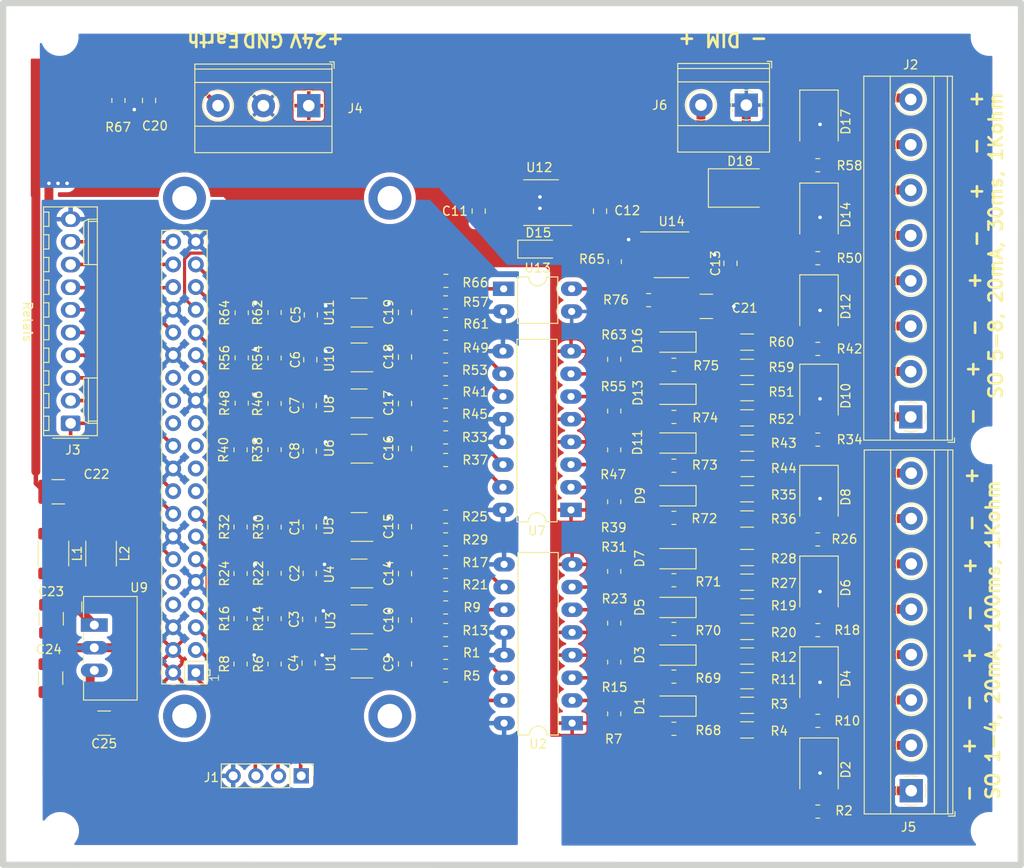
<source format=kicad_pcb>
(kicad_pcb (version 20211014) (generator pcbnew)
  (title_block (title "SO Shield + PWM driver") (date "2023-01-06") (rev "1"))
  (layers (0 "F.Cu" signal) (31 "B.Cu" signal) (34 "B.Paste" user) (35 "F.Paste" user) (37 "F.SilkS" user "F.Silkscreen") (38 "B.Mask" user) (39 "F.Mask" user) (44 "Edge.Cuts" user))
  (net 0 "")
  (net 1 "GND")
  (net 2 "+24V")
  (net 3 "+12V")
  (net 4 "Net-(C13-Pad1)")
  (net 5 "Net-(D1-Pad2)")
  (net 6 "Net-(D1-Pad1)")
  (net 7 "Net-(D3-Pad2)")
  (net 8 "Net-(D3-Pad1)")
  (net 9 "Net-(D5-Pad2)")
  (net 10 "Net-(D5-Pad1)")
  (net 11 "Net-(D7-Pad2)")
  (net 12 "Net-(D7-Pad1)")
  (net 13 "Net-(D9-Pad2)")
  (net 14 "Net-(D9-Pad1)")
  (net 15 "Net-(D11-Pad2)")
  (net 16 "Net-(D11-Pad1)")
  (net 17 "Net-(D13-Pad2)")
  (net 18 "Net-(D13-Pad1)")
  (net 19 "Net-(D16-Pad2)")
  (net 20 "Net-(D16-Pad1)")
  (net 21 "Net-(J1-Pad3)")
  (net 22 "Net-(J1-Pad2)")
  (net 23 "Net-(J1-Pad1)")
  (net 24 "Net-(R1-Pad1)")
  (net 25 "Net-(D2-Pad1)")
  (net 26 "Net-(R3-Pad1)")
  (net 27 "Net-(R6-Pad1)")
  (net 28 "Net-(R13-Pad1)")
  (net 29 "Net-(D4-Pad1)")
  (net 30 "Net-(R14-Pad1)")
  (net 31 "Net-(R17-Pad1)")
  (net 32 "Net-(D6-Pad1)")
  (net 33 "Net-(R19-Pad1)")
  (net 34 "Net-(R22-Pad1)")
  (net 35 "Net-(R25-Pad1)")
  (net 36 "Net-(D8-Pad1)")
  (net 37 "Net-(R30-Pad1)")
  (net 38 "Net-(R33-Pad1)")
  (net 39 "Net-(D10-Pad1)")
  (net 40 "Net-(R35-Pad1)")
  (net 41 "Net-(R38-Pad1)")
  (net 42 "Net-(R41-Pad1)")
  (net 43 "Net-(D12-Pad1)")
  (net 44 "Net-(R43-Pad1)")
  (net 45 "Net-(R46-Pad1)")
  (net 46 "Net-(R49-Pad1)")
  (net 47 "Net-(D14-Pad1)")
  (net 48 "Net-(R51-Pad1)")
  (net 49 "Net-(R54-Pad1)")
  (net 50 "Net-(R57-Pad1)")
  (net 51 "Net-(D17-Pad1)")
  (net 52 "Net-(R62-Pad1)")
  (net 53 "Net-(R65-Pad2)")
  (net 54 "Net-(R66-Pad2)")
  (net 55 "Net-(R66-Pad1)")
  (net 69 "VCC")
  (net 70 "Net-(R2-Pad2)")
  (net 71 "Net-(J2-Pad3)")
  (net 72 "Net-(J2-Pad5)")
  (net 73 "Net-(J2-Pad7)")
  (net 74 "Net-(J5-Pad1)")
  (net 75 "Net-(J5-Pad3)")
  (net 76 "Net-(J5-Pad5)")
  (net 77 "Net-(J5-Pad7)")
  (net 78 "Net-(C9-Pad1)")
  (net 79 "Net-(C10-Pad1)")
  (net 80 "Net-(C14-Pad1)")
  (net 81 "Net-(C15-Pad1)")
  (net 82 "Net-(C16-Pad1)")
  (net 83 "Net-(C17-Pad1)")
  (net 84 "Net-(C18-Pad1)")
  (net 85 "Net-(C19-Pad1)")
  (net 86 "Earth")
  (net 87 "Net-(C21-Pad1)")
  (net 88 "Net-(R76-Pad1)")
  (net 89 "Net-(R6-Pad2)")
  (net 90 "Net-(R14-Pad2)")
  (net 91 "Net-(R22-Pad2)")
  (net 92 "Net-(R30-Pad2)")
  (net 93 "Net-(R38-Pad2)")
  (net 94 "Net-(R46-Pad2)")
  (net 95 "Net-(R54-Pad2)")
  (net 96 "Net-(R62-Pad2)")
  (net 97 "Net-(C23-Pad2)")
  (net 98 "GNDA")
  (net 99 "Net-(R59-Pad2)")
  (net 100 "Net-(R11-Pad2)")
  (net 101 "Net-(R27-Pad2)")
  (net 102 "Net-(RPI1-Pad40)")
  (net 103 "Net-(RPI1-Pad38)")
  (net 104 "Net-(RPI1-Pad36)")
  (net 105 "Net-(RPI1-Pad32)")
  (net 106 "Net-(RPI1-Pad22)")
  (net 107 "Net-(RPI1-Pad18)")
  (net 108 "Net-(RPI1-Pad16)")
  (net 109 "Net-(RPI1-Pad12)")
  (footprint "Capacitor_SMD:C_0805_2012Metric_Pad1.18x1.45mm_HandSolder" (layer "F.Cu") (at 148.8313 69.2125 90)
    (fp_text reference "C11")
    (fp_text value "330n")
  )
  (footprint "Capacitor_SMD:C_0805_2012Metric_Pad1.18x1.45mm_HandSolder" (layer "F.Cu") (at 162.4203 69.2175 90)
    (fp_text reference "C12")
    (fp_text value "220n")
  )
  (footprint "Capacitor_SMD:C_0805_2012Metric_Pad1.18x1.45mm_HandSolder" (layer "F.Cu") (at 177.0253 75.0595 90)
    (fp_text reference "C13")
    (fp_text value "100n")
  )
  (footprint "Diode_SMD:D_SOD-123" (layer "F.Cu") (at 155.4643 73.4695)
    (fp_text reference "D15")
    (fp_text value "1N4001" hide)
  )
  (footprint "Resistor_SMD:R_0805_2012Metric_Pad1.20x1.40mm_HandSolder" (layer "F.Cu") (at 125.9713 119.9355 -90)
    (fp_text reference "R6")
    (fp_text value "1k8")
  )
  (footprint "Resistor_SMD:R_0805_2012Metric_Pad1.20x1.40mm_HandSolder" (layer "F.Cu") (at 122.1613 119.9355 -90)
    (fp_text reference "R8")
    (fp_text value "3k3")
  )
  (footprint "Resistor_SMD:R_0805_2012Metric_Pad1.20x1.40mm_HandSolder" (layer "F.Cu") (at 125.9713 114.8555 -90)
    (fp_text reference "R14")
    (fp_text value "1k8")
  )
  (footprint "Resistor_SMD:R_0805_2012Metric_Pad1.20x1.40mm_HandSolder" (layer "F.Cu") (at 122.1613 114.8555 -90)
    (fp_text reference "R16")
    (fp_text value "3k3")
  )
  (footprint "Resistor_SMD:R_0805_2012Metric_Pad1.20x1.40mm_HandSolder" (layer "F.Cu") (at 125.9713 109.7755 -90)
    (fp_text reference "R22")
    (fp_text value "1k8")
  )
  (footprint "Resistor_SMD:R_0805_2012Metric_Pad1.20x1.40mm_HandSolder" (layer "F.Cu") (at 122.1613 109.8075 -90)
    (fp_text reference "R24")
    (fp_text value "3k3")
  )
  (footprint "Resistor_SMD:R_0805_2012Metric_Pad1.20x1.40mm_HandSolder" (layer "F.Cu") (at 125.9713 104.6005 -90)
    (fp_text reference "R30")
    (fp_text value "1k8")
  )
  (footprint "Resistor_SMD:R_0805_2012Metric_Pad1.20x1.40mm_HandSolder" (layer "F.Cu") (at 122.1613 104.5845 -90)
    (fp_text reference "R32")
    (fp_text value "3k3")
  )
  (footprint "Resistor_SMD:R_0805_2012Metric_Pad1.20x1.40mm_HandSolder" (layer "F.Cu") (at 125.9713 95.9325 -90)
    (fp_text reference "R38")
    (fp_text value "1k8")
  )
  (footprint "Resistor_SMD:R_0805_2012Metric_Pad1.20x1.40mm_HandSolder" (layer "F.Cu") (at 122.1613 95.9485 -90)
    (fp_text reference "R40")
    (fp_text value "3k3")
  )
  (footprint "Resistor_SMD:R_0805_2012Metric_Pad1.20x1.40mm_HandSolder" (layer "F.Cu") (at 125.9713 90.7575 -90)
    (fp_text reference "R46")
    (fp_text value "1k8")
  )
  (footprint "Resistor_SMD:R_0805_2012Metric_Pad1.20x1.40mm_HandSolder" (layer "F.Cu") (at 122.2883 90.7255 -90)
    (fp_text reference "R48")
    (fp_text value "3k3")
  )
  (footprint "Resistor_SMD:R_0805_2012Metric_Pad1.20x1.40mm_HandSolder" (layer "F.Cu") (at 125.9713 85.6615 -90)
    (fp_text reference "R54")
    (fp_text value "1k8")
  )
  (footprint "Resistor_SMD:R_0805_2012Metric_Pad1.20x1.40mm_HandSolder" (layer "F.Cu") (at 122.2883 85.6455 -90)
    (fp_text reference "R56")
    (fp_text value "3k3")
  )
  (footprint "Resistor_SMD:R_0805_2012Metric_Pad1.20x1.40mm_HandSolder" (layer "F.Cu") (at 125.9713 80.5655 -90)
    (fp_text reference "R62")
    (fp_text value "1k8")
  )
  (footprint "Resistor_SMD:R_0805_2012Metric_Pad1.20x1.40mm_HandSolder" (layer "F.Cu") (at 122.2883 80.5975 -90)
    (fp_text reference "R64")
    (fp_text value "3k3")
  )
  (footprint "Package_SO:SOIC-8_3.9x4.9mm_P1.27mm" (layer "F.Cu") (at 155.8163 68.2625 180)
    (fp_text reference "U12")
    (fp_text value "L78L12_SO8")
  )
  (footprint "Package_DIP:DIP-4_W7.62mm_LongPads" (layer "F.Cu") (at 151.6253 77.9145)
    (fp_text reference "U13")
    (fp_text value "PC817")
  )
  (footprint "Package_SO:SOIC-8_3.9x4.9mm_P1.27mm" (layer "F.Cu") (at 170.4213 74.1045)
    (fp_text reference "U14")
    (fp_text value "TLC555xD")
  )
  (footprint "Resistor_SMD:R_0805_2012Metric_Pad1.20x1.40mm_HandSolder" (layer "F.Cu") (at 145.1643 77.0255 180)
    (fp_text reference "R66")
    (fp_text value "2k2")
  )
  (footprint "Resistor_SMD:R_0805_2012Metric_Pad1.20x1.40mm_HandSolder" (layer "F.Cu") (at 164.0713 74.8825 -90)
    (fp_text reference "R65")
    (fp_text value "10k")
  )
  (footprint "TerminalBlock_Phoenix:TerminalBlock_Phoenix_MKDS-1,5-3-5.08_1x03_P5.08mm_Horizontal" (layer "F.Cu") (at 129.799 57.4038 180)
    (fp_text reference "J4")
    (fp_text value "24V supply" hide)
  )
  (footprint "Diode_SMD:D_SMB" (layer "F.Cu") (at 186.9407 89.907 -90)
    (fp_text reference "D10")
    (fp_text value "24V")
  )
  (footprint "TerminalBlock_Phoenix:TerminalBlock_Phoenix_MKDS-1,5-2-5.08_1x02_P5.08mm_Horizontal" (layer "F.Cu") (at 178.8033 57.3405 180)
    (fp_text reference "J6")
    (fp_text value "DIM" hide)
  )
  (footprint "Package_TO_SOT_SMD:SOT-23-5_HandSoldering" (layer "F.Cu") (at 135.4328 85.5955 180)
    (fp_text reference "U10")
    (fp_text value "74LVC1G14" hide)
  )
  (footprint "Package_TO_SOT_SMD:SOT-23-5_HandSoldering" (layer "F.Cu") (at 135.4328 80.5815 180)
    (fp_text reference "U11")
    (fp_text value "74LVC1G14")
  )
  (footprint "Package_TO_SOT_SMD:SOT-23-5_HandSoldering" (layer "F.Cu") (at 135.4328 90.744 180)
    (fp_text reference "U8")
    (fp_text value "74LVC1G14" hide)
  )
  (footprint "Package_TO_SOT_SMD:SOT-23-5_HandSoldering" (layer "F.Cu") (at 135.4328 95.8215 180)
    (fp_text reference "U6")
    (fp_text value "74LVC1G14" hide)
  )
  (footprint "Capacitor_SMD:C_0805_2012Metric_Pad1.18x1.45mm_HandSolder" (layer "F.Cu") (at 129.9083 96.073 90)
    (fp_text reference "C8")
    (fp_text value "100n")
  )
  (footprint "Diode_SMD:D_SMB" (layer "F.Cu") (at 186.9407 79.8994 -90)
    (fp_text reference "D12")
    (fp_text value "24V")
  )
  (footprint "LED_SMD:LED_1206_3216Metric_Pad1.42x1.75mm_HandSolder" (layer "F.Cu") (at 170.7118 95.1865 180)
    (fp_text reference "D11")
    (fp_text value "red")
  )
  (footprint "Resistor_SMD:R_0805_2012Metric_Pad1.20x1.40mm_HandSolder" (layer "F.Cu") (at 164.0078 85.812 90)
    (fp_text reference "R63")
    (fp_text value "150")
  )
  (footprint "LED_SMD:LED_1206_3216Metric_Pad1.42x1.75mm_HandSolder" (layer "F.Cu") (at 170.7118 101.092 180)
    (fp_text reference "D9")
    (fp_text value "red")
  )
  (footprint "Resistor_SMD:R_0805_2012Metric_Pad1.20x1.40mm_HandSolder" (layer "F.Cu") (at 164.0078 101.767 -90)
    (fp_text reference "R39")
    (fp_text value "150")
  )
  (footprint "Resistor_SMD:R_0805_2012Metric_Pad1.20x1.40mm_HandSolder" (layer "F.Cu") (at 145.1323 79.4385 180)
    (fp_text reference "R57")
    (fp_text value "1K")
  )
  (footprint "Resistor_SMD:R_1206_3216Metric_Pad1.30x1.75mm_HandSolder" (layer "F.Cu") (at 178.8903 95.20464)
    (fp_text reference "R43")
    (fp_text value "470")
  )
  (footprint "Resistor_SMD:R_0805_2012Metric_Pad1.20x1.40mm_HandSolder" (layer "F.Cu") (at 145.1323 86.9315 180)
    (fp_text reference "R53")
    (fp_text value "270k")
  )
  (footprint "Resistor_SMD:R_1206_3216Metric_Pad1.30x1.75mm_HandSolder" (layer "F.Cu") (at 178.8903 86.713785)
    (fp_text reference "R59")
    (fp_text value "470")
  )
  (footprint "Resistor_SMD:R_0805_2012Metric_Pad1.20x1.40mm_HandSolder" (layer "F.Cu") (at 145.1323 97.0915 180)
    (fp_text reference "R37")
    (fp_text value "270k")
  )
  (footprint "Resistor_SMD:R_0805_2012Metric_Pad1.20x1.40mm_HandSolder" (layer "F.Cu") (at 145.1323 81.8515 180)
    (fp_text reference "R61")
    (fp_text value "270k")
  )
  (footprint "Diode_SMD:D_SMB" (layer "F.Cu") (at 186.9407 69.6207 -90)
    (fp_text reference "D14")
    (fp_text value "24V")
  )
  (footprint "Resistor_SMD:R_0805_2012Metric_Pad1.20x1.40mm_HandSolder" (layer "F.Cu") (at 164.0078 95.9485 90)
    (fp_text reference "R47")
    (fp_text value "150")
  )
  (footprint "Resistor_SMD:R_0805_2012Metric_Pad1.20x1.40mm_HandSolder" (layer "F.Cu") (at 145.1323 94.5515 180)
    (fp_text reference "R33")
    (fp_text value "1K")
  )
  (footprint "Capacitor_SMD:C_0805_2012Metric_Pad1.18x1.45mm_HandSolder" (layer "F.Cu") (at 129.9718 85.8545 90)
    (fp_text reference "C6")
    (fp_text value "100n")
  )
  (footprint "LED_SMD:LED_1206_3216Metric_Pad1.42x1.75mm_HandSolder" (layer "F.Cu") (at 170.7118 83.8835 180)
    (fp_text reference "D16")
    (fp_text value "red")
  )
  (footprint "Capacitor_SMD:C_0805_2012Metric_Pad1.18x1.45mm_HandSolder" (layer "F.Cu") (at 129.9083 90.993 90)
    (fp_text reference "C7")
    (fp_text value "100n")
  )
  (footprint "Resistor_SMD:R_1206_3216Metric_Pad1.30x1.75mm_HandSolder" (layer "F.Cu") (at 178.8903 92.374355)
    (fp_text reference "R52")
    (fp_text value "470")
  )
  (footprint "Resistor_SMD:R_0805_2012Metric_Pad1.20x1.40mm_HandSolder" (layer "F.Cu") (at 164.0078 91.607 -90)
    (fp_text reference "R55")
    (fp_text value "150")
  )
  (footprint "Resistor_SMD:R_1206_3216Metric_Pad1.30x1.75mm_HandSolder" (layer "F.Cu") (at 178.8903 103.6955)
    (fp_text reference "R36")
    (fp_text value "470")
  )
  (footprint "Resistor_SMD:R_0805_2012Metric_Pad1.20x1.40mm_HandSolder" (layer "F.Cu") (at 145.1323 92.0115 180)
    (fp_text reference "R45")
    (fp_text value "270k")
  )
  (footprint "Resistor_SMD:R_1206_3216Metric_Pad1.30x1.75mm_HandSolder" (layer "F.Cu") (at 178.9303 98.034925)
    (fp_text reference "R44")
    (fp_text value "470")
  )
  (footprint "Resistor_SMD:R_0805_2012Metric_Pad1.20x1.40mm_HandSolder" (layer "F.Cu") (at 145.1323 89.4715 180)
    (fp_text reference "R41")
    (fp_text value "1K")
  )
  (footprint "Capacitor_SMD:C_0805_2012Metric_Pad1.18x1.45mm_HandSolder" (layer "F.Cu") (at 130.0353 80.8355 90)
    (fp_text reference "C5")
    (fp_text value "100n")
  )
  (footprint "Resistor_SMD:R_1206_3216Metric_Pad1.30x1.75mm_HandSolder" (layer "F.Cu") (at 178.8903 83.8835)
    (fp_text reference "R60")
    (fp_text value "470")
  )
  (footprint "Diode_SMD:D_SMB" (layer "F.Cu") (at 186.9407 101.2354 -90)
    (fp_text reference "D8")
    (fp_text value "24V")
  )
  (footprint "Diode_SMD:D_SMB" (layer "F.Cu") (at 186.944 121.5554 -90)
    (fp_text reference "D4")
    (fp_text value "24V")
  )
  (footprint "Diode_SMD:D_SMB" (layer "F.Cu") (at 186.944 131.7662 -90)
    (fp_text reference "D2")
    (fp_text value "24V")
  )
  (footprint "Diode_SMD:D_SMB" (layer "F.Cu") (at 186.9407 111.3954 -90)
    (fp_text reference "D6")
    (fp_text value "24V")
  )
  (footprint "LED_SMD:LED_1206_3216Metric_Pad1.42x1.75mm_HandSolder" (layer "F.Cu") (at 170.7118 124.6505 180)
    (fp_text reference "D1")
    (fp_text value "red")
  )
  (footprint "Resistor_SMD:R_0805_2012Metric_Pad1.20x1.40mm_HandSolder" (layer "F.Cu") (at 164.0078 119.721 90)
    (fp_text reference "R15")
    (fp_text value "150")
  )
  (footprint "LED_SMD:LED_1206_3216Metric_Pad1.42x1.75mm_HandSolder" (layer "F.Cu") (at 170.7118 113.6015 180)
    (fp_text reference "D5")
    (fp_text value "red")
  )
  (footprint "Resistor_SMD:R_0805_2012Metric_Pad1.20x1.40mm_HandSolder" (layer "F.Cu") (at 164.0078 109.561 90)
    (fp_text reference "R31")
    (fp_text value "150")
  )
  (footprint "Resistor_SMD:R_0805_2012Metric_Pad1.20x1.40mm_HandSolder" (layer "F.Cu") (at 164.0078 125.516 -90)
    (fp_text reference "R7")
    (fp_text value "150")
  )
  (footprint "LED_SMD:LED_1206_3216Metric_Pad1.42x1.75mm_HandSolder" (layer "F.Cu") (at 170.7118 108.1405 180)
    (fp_text reference "D7")
    (fp_text value "red")
  )
  (footprint "LED_SMD:LED_1206_3216Metric_Pad1.42x1.75mm_HandSolder" (layer "F.Cu") (at 170.7118 118.9355 180)
    (fp_text reference "D3")
    (fp_text value "red")
  )
  (footprint "Resistor_SMD:R_0805_2012Metric_Pad1.20x1.40mm_HandSolder" (layer "F.Cu") (at 164.0078 115.356 -90)
    (fp_text reference "R23")
    (fp_text value "150")
  )
  (footprint "Capacitor_SMD:C_0805_2012Metric_Pad1.18x1.45mm_HandSolder" (layer "F.Cu") (at 140.5763 119.93 90)
    (fp_text reference "C9")
    (fp_text value "10N")
  )
  (footprint "Capacitor_SMD:C_0805_2012Metric_Pad1.18x1.45mm_HandSolder" (layer "F.Cu") (at 140.5763 115.02 90)
    (fp_text reference "C10")
    (fp_text value "10N")
  )
  (footprint "Capacitor_SMD:C_0805_2012Metric_Pad1.18x1.45mm_HandSolder" (layer "F.Cu") (at 140.5763 109.813 90)
    (fp_text reference "C14")
    (fp_text value "10N")
  )
  (footprint "Capacitor_SMD:C_0805_2012Metric_Pad1.18x1.45mm_HandSolder" (layer "F.Cu") (at 140.5763 104.563 90)
    (fp_text reference "C15")
    (fp_text value "10N")
  )
  (footprint "Capacitor_SMD:C_0805_2012Metric_Pad1.18x1.45mm_HandSolder" (layer "F.Cu") (at 140.5763 95.8 90)
    (fp_text reference "C16")
    (fp_text value "10N")
  )
  (footprint "Capacitor_SMD:C_0805_2012Metric_Pad1.18x1.45mm_HandSolder" (layer "F.Cu") (at 140.5763 90.763 90)
    (fp_text reference "C17")
    (fp_text value "10N")
  )
  (footprint "Package_DIP:DIP-16_W7.62mm_LongPads" (layer "F.Cu") (at 159.2961 126.5555 180)
    (fp_text reference "U2")
    (fp_text value "ILQ74")
  )
  (footprint "Package_DIP:DIP-16_W7.62mm_LongPads" (layer "F.Cu") (at 159.1691 102.6795 180)
    (fp_text reference "U7")
    (fp_text value "ILQ74")
  )
  (footprint "lichsteuerung:Converter_DCDC_Gaptech_LMx78_xx_1.0_THT" (layer "F.Cu") (at 105.7783 115.57 -90)
    (fp_text reference "U9")
    (fp_text value "LMP78_05-1.0")
  )
  (footprint "Diode_SMD:D_SMB" (layer "F.Cu") (at 186.9407 59.2067 -90)
    (fp_text reference "D17")
    (fp_text value "24V")
  )
  (footprint "Resistor_SMD:R_0805_2012Metric_Pad1.20x1.40mm_HandSolder" (layer "F.Cu") (at 170.6893 127.1905)
    (fp_text reference "R68")
    (fp_text value "150")
  )
  (footprint "Resistor_SMD:R_0805_2012Metric_Pad1.20x1.40mm_HandSolder" (layer "F.Cu") (at 170.6893 121.3485)
    (fp_text reference "R69")
    (fp_text value "150")
  )
  (footprint "Resistor_SMD:R_0805_2012Metric_Pad1.20x1.40mm_HandSolder" (layer "F.Cu") (at 170.6893 116.0145)
    (fp_text reference "R70")
    (fp_text value "150")
  )
  (footprint "Resistor_SMD:R_0805_2012Metric_Pad1.20x1.40mm_HandSolder" (layer "F.Cu") (at 170.6893 110.5535)
    (fp_text reference "R71")
    (fp_text value "150")
  )
  (footprint "Resistor_SMD:R_0805_2012Metric_Pad1.20x1.40mm_HandSolder" (layer "F.Cu") (at 170.6893 103.5685)
    (fp_text reference "R72")
    (fp_text value "150")
  )
  (footprint "Resistor_SMD:R_0805_2012Metric_Pad1.20x1.40mm_HandSolder" (layer "F.Cu") (at 170.6893 97.7265)
    (fp_text reference "R73")
    (fp_text value "150")
  )
  (footprint "Resistor_SMD:R_0805_2012Metric_Pad1.20x1.40mm_HandSolder" (layer "F.Cu") (at 170.6893 92.2655)
    (fp_text reference "R74")
    (fp_text value "150")
  )
  (footprint "Resistor_SMD:R_0805_2012Metric_Pad1.20x1.40mm_HandSolder" (layer "F.Cu") (at 170.6893 86.4235)
    (fp_text reference "R75")
    (fp_text value "150")
  )
  (footprint "Resistor_SMD:R_1206_3216Metric_Pad1.30x1.75mm_HandSolder" (layer "F.Cu") (at 178.8903 116.286642)
    (fp_text reference "R20")
    (fp_text value "470")
  )
  (footprint "Resistor_SMD:R_1206_3216Metric_Pad1.30x1.75mm_HandSolder" (layer "F.Cu") (at 178.8903 113.528928)
    (fp_text reference "R19")
    (fp_text value "470")
  )
  (footprint "Resistor_SMD:R_1206_3216Metric_Pad1.30x1.75mm_HandSolder" (layer "F.Cu") (at 178.8903 124.559784)
    (fp_text reference "R3")
    (fp_text value "470")
  )
  (footprint "Resistor_SMD:R_1206_3216Metric_Pad1.30x1.75mm_HandSolder" (layer "F.Cu") (at 178.8903 110.771214)
    (fp_text reference "R27")
    (fp_text value "470")
  )
  (footprint "Resistor_SMD:R_1206_3216Metric_Pad1.30x1.75mm_HandSolder" (layer "F.Cu") (at 178.8903 119.044356)
    (fp_text reference "R12")
    (fp_text value "470")
  )
  (footprint "Resistor_SMD:R_1206_3216Metric_Pad1.30x1.75mm_HandSolder" (layer "F.Cu") (at 178.8903 108.0135)
    (fp_text reference "R28")
    (fp_text value "470")
  )
  (footprint "Resistor_SMD:R_0805_2012Metric_Pad1.20x1.40mm_HandSolder" (layer "F.Cu") (at 145.1323 118.6815 180)
    (fp_text reference "R1")
    (fp_text value "1K")
  )
  (footprint "Package_TO_SOT_SMD:SOT-23-5_HandSoldering" (layer "F.Cu") (at 135.4328 109.7915 180)
    (fp_text reference "U4")
    (fp_text value "74LVC1G14" hide)
  )
  (footprint "Package_TO_SOT_SMD:SOT-23-5_HandSoldering" (layer "F.Cu") (at 135.4328 114.935 180)
    (fp_text reference "U3")
    (fp_text value "74LVC1G14" hide)
  )
  (footprint "Package_TO_SOT_SMD:SOT-23-5_HandSoldering" (layer "F.Cu") (at 135.4328 119.888 180)
    (fp_text reference "U1")
    (fp_text value "74LVC1G14" hide)
  )
  (footprint "Capacitor_SMD:C_0805_2012Metric_Pad1.18x1.45mm_HandSolder" (layer "F.Cu") (at 129.9083 104.5845 90)
    (fp_text reference "C1")
    (fp_text value "100n")
  )
  (footprint "Resistor_SMD:R_0805_2012Metric_Pad1.20x1.40mm_HandSolder" (layer "F.Cu") (at 145.1323 108.5215 180)
    (fp_text reference "R17")
    (fp_text value "1K")
  )
  (footprint "Resistor_SMD:R_0805_2012Metric_Pad1.20x1.40mm_HandSolder" (layer "F.Cu") (at 145.1323 121.2215 180)
    (fp_text reference "R5")
    (fp_text value "1M")
  )
  (footprint "Resistor_SMD:R_0805_2012Metric_Pad1.20x1.40mm_HandSolder" (layer "F.Cu") (at 145.1323 111.0615 180)
    (fp_text reference "R21")
    (fp_text value "1M")
  )
  (footprint "Resistor_SMD:R_0805_2012Metric_Pad1.20x1.40mm_HandSolder" (layer "F.Cu") (at 145.1323 105.9815 180)
    (fp_text reference "R29")
    (fp_text value "1M")
  )
  (footprint "Resistor_SMD:R_0805_2012Metric_Pad1.20x1.40mm_HandSolder" (layer "F.Cu") (at 145.1323 103.4415 180)
    (fp_text reference "R25")
    (fp_text value "1K")
  )
  (footprint "Package_TO_SOT_SMD:SOT-23-5_HandSoldering" (layer "F.Cu") (at 135.4328 104.5845 180)
    (fp_text reference "U5")
    (fp_text value "74LVC1G14")
  )
  (footprint "Capacitor_SMD:C_0805_2012Metric_Pad1.18x1.45mm_HandSolder" (layer "F.Cu") (at 129.9083 109.7915 90)
    (fp_text reference "C2")
    (fp_text value "100n")
  )
  (footprint "Resistor_SMD:R_0805_2012Metric_Pad1.20x1.40mm_HandSolder" (layer "F.Cu") (at 145.1323 116.1415 180)
    (fp_text reference "R13")
    (fp_text value "1M")
  )
  (footprint "Capacitor_SMD:C_0805_2012Metric_Pad1.18x1.45mm_HandSolder" (layer "F.Cu") (at 129.7813 119.8245 90)
    (fp_text reference "C4")
    (fp_text value "100n")
  )
  (footprint "Capacitor_SMD:C_0805_2012Metric_Pad1.18x1.45mm_HandSolder" (layer "F.Cu") (at 129.8448 114.935 90)
    (fp_text reference "C3")
    (fp_text value "100n")
  )
  (footprint "Capacitor_SMD:C_1210_3225Metric_Pad1.33x2.70mm_HandSolder" (layer "F.Cu") (at 174.3198 79.883)
    (fp_text reference "C21")
    (fp_text value "10u")
  )
  (footprint "Resistor_SMD:R_0805_2012Metric_Pad1.20x1.40mm_HandSolder" (layer "F.Cu") (at 167.8653 79.1845)
    (fp_text reference "R76")
    (fp_text value "120")
  )
  (footprint "Connector_PinHeader_2.54mm:PinHeader_1x04_P2.54mm_Vertical" (layer "F.Cu") (at 128.9558 132.461 -90)
    (fp_text reference "J1")
    (fp_text value "I2C")
  )
  (footprint "Capacitor_SMD:C_0805_2012Metric_Pad1.18x1.45mm_HandSolder" (layer "F.Cu") (at 140.5763 85.556 90)
    (fp_text reference "C18")
    (fp_text value "10N")
  )
  (footprint "Capacitor_SMD:C_0805_2012Metric_Pad1.18x1.45mm_HandSolder" (layer "F.Cu") (at 140.5763 80.56 90)
    (fp_text reference "C19")
    (fp_text value "10N")
  )
  (footprint "Resistor_SMD:R_0805_2012Metric_Pad1.20x1.40mm_HandSolder" (layer "F.Cu") (at 145.1323 113.6015 180)
    (fp_text reference "R9")
    (fp_text value "1K")
  )
  (footprint "Resistor_SMD:R_0805_2012Metric_Pad1.20x1.40mm_HandSolder" (layer "F.Cu") (at 186.8043 84.6455)
    (fp_text reference "R42")
    (fp_text value "100")
  )
  (footprint "Resistor_SMD:R_0805_2012Metric_Pad1.20x1.40mm_HandSolder" (layer "F.Cu") (at 186.8043 64.0715)
    (fp_text reference "R58")
    (fp_text value "100")
  )
  (footprint "Resistor_SMD:R_0805_2012Metric_Pad1.20x1.40mm_HandSolder" (layer "F.Cu") (at 186.8043 136.4615)
    (fp_text reference "R2")
    (fp_text value "100")
  )
  (footprint "Resistor_SMD:R_0805_2012Metric_Pad1.20x1.40mm_HandSolder" (layer "F.Cu") (at 186.8043 126.3015)
    (fp_text reference "R10")
    (fp_text value "100")
  )
  (footprint "Resistor_SMD:R_0805_2012Metric_Pad1.20x1.40mm_HandSolder" (layer "F.Cu") (at 186.8043 116.1415)
    (fp_text reference "R18")
    (fp_text value "100")
  )
  (footprint "Resistor_SMD:R_0805_2012Metric_Pad1.20x1.40mm_HandSolder" (layer "F.Cu") (at 186.8043 105.9815)
    (fp_text reference "R26")
    (fp_text value "100")
  )
  (footprint "Resistor_SMD:R_0805_2012Metric_Pad1.20x1.40mm_HandSolder" (layer "F.Cu") (at 186.8043 94.8055)
    (fp_text reference "R34")
    (fp_text value "100")
  )
  (footprint "TerminalBlock_Phoenix:TerminalBlock_Phoenix_MKDS-1,5-8-5.08_1x08_P5.08mm_Horizontal" (layer "F.Cu") (at 197.2183 92.2655 90)
    (fp_text reference "J5")
    (fp_text value "S0 5-8, 30ms" hide)
  )
  (footprint "Resistor_SMD:R_0805_2012Metric_Pad1.20x1.40mm_HandSolder" (layer "F.Cu") (at 108.4834 56.8237 90)
    (fp_text reference "R67")
    (fp_text value "1M")
  )
  (footprint "Capacitor_SMD:C_0805_2012Metric_Pad1.18x1.45mm_HandSolder" (layer "F.Cu") (at 111.9124 56.8237 90)
    (fp_text reference "C20")
    (fp_text value "4.7n")
  )
  (footprint "Resistor_SMD:R_0805_2012Metric_Pad1.20x1.40mm_HandSolder" (layer "F.Cu") (at 145.1323 84.3915 180)
    (fp_text reference "R49")
    (fp_text value "1K")
  )
  (footprint "lichsteuerung:RASPBERRYPI_BASTELSTUBE_V13_RASPI_BOARD_ZERO_FULL" (layer "F.Cu") (at 117.15173 120.898733 90)
    (fp_text reference "RPI1" hide)
    (fp_text value "RPI-ZERO" hide)
  )
  (footprint "MountingHole:MountingHole_3.2mm_M3_DIN965" (layer "F.Cu") (at 206.0448 138.6205)
    (fp_text reference "H2" hide)
    (fp_text value "MountingHole" hide)
  )
  (footprint "MountingHole:MountingHole_3.2mm_M3_DIN965" (layer "F.Cu") (at 206.0448 95.4405)
    (fp_text reference "H3" hide)
    (fp_text value "MountingHole" hide)
  )
  (footprint "MountingHole:MountingHole_3.2mm_M3_DIN965" (layer "F.Cu") (at 206.0448 49.7205)
    (fp_text reference "H4" hide)
    (fp_text value "MountingHole" hide)
  )
  (footprint "MountingHole:MountingHole_3.2mm_M3_DIN965" (layer "F.Cu") (at 101.9048 49.7205)
    (fp_text reference "H5" hide)
    (fp_text value "MountingHole" hide)
  )
  (footprint "MountingHole:MountingHole_3.2mm_M3_DIN965" (layer "F.Cu") (at 101.9683 138.6205)
    (fp_text reference "H1" hide)
    (fp_text value "MountingHole" hide)
  )
  (footprint "TerminalBlock_Phoenix:TerminalBlock_Phoenix_MKDS-1,5-8-5.08_1x08_P5.08mm_Horizontal" (layer "F.Cu") (at 197.2693 134.1247 90)
    (fp_text reference "J2")
    (fp_text value "S0 1-4, 100ms" hide)
  )
  (footprint "Connector_Molex:Molex_KK-254_AE-6410-10A_1x10_P2.54mm_Vertical" (layer "F.Cu") (at 103.13 92.98 90)
    (fp_text reference "J3")
    (fp_text value "Relais" hide)
  )
  (footprint "Diode_SMD:D_SMB" (layer "F.Cu") (at 178.1048 66.6242)
    (fp_text reference "D18")
    (fp_text value "12V")
  )
  (footprint "Capacitor_SMD:C_1210_3225Metric_Pad1.33x2.70mm_HandSolder" (layer "F.Cu") (at 100.9523 114.8715 90)
    (fp_text reference "C23")
    (fp_text value "10u")
  )
  (footprint "Capacitor_SMD:C_1210_3225Metric_Pad1.33x2.70mm_HandSolder" (layer "F.Cu") (at 100.8888 121.514 -90)
    (fp_text reference "C24")
    (fp_text value "100u")
  )
  (footprint "Capacitor_SMD:C_1210_3225Metric_Pad1.33x2.70mm_HandSolder" (layer "F.Cu") (at 106.8828 126.5555 180)
    (fp_text reference "C25")
    (fp_text value "22u")
  )
  (footprint "Resistor_SMD:R_0805_2012Metric_Pad1.20x1.40mm_HandSolder" (layer "F.Cu") (at 186.8043 74.4855)
    (fp_text reference "R50")
    (fp_text value "100")
  )
  (footprint "Resistor_SMD:R_1206_3216Metric_Pad1.30x1.75mm_HandSolder" (layer "F.Cu") (at 178.8903 121.80207)
    (fp_text reference "R11")
    (fp_text value "470")
  )
  (footprint "Resistor_SMD:R_1206_3216Metric_Pad1.30x1.75mm_HandSolder" (layer "F.Cu") (at 178.8903 89.54407)
    (fp_text reference "R51")
    (fp_text value "470")
  )
  (footprint "LED_SMD:LED_1206_3216Metric_Pad1.42x1.75mm_HandSolder" (layer "F.Cu") (at 170.7118 89.7255 180)
    (fp_text reference "D13")
    (fp_text value "red")
  )
  (footprint "Resistor_SMD:R_1206_3216Metric_Pad1.30x1.75mm_HandSolder" (layer "F.Cu") (at 178.8903 100.86521)
    (fp_text reference "R35")
    (fp_text value "470")
  )
  (footprint "Resistor_SMD:R_1206_3216Metric_Pad1.30x1.75mm_HandSolder" (layer "F.Cu") (at 178.8903 127.3175)
    (fp_text reference "R4")
    (fp_text value "470")
  )
  (footprint "Capacitor_SMD:C_1210_3225Metric_Pad1.33x2.70mm_HandSolder" (layer "F.Cu") (at 101.7393 100.6475 180)
    (fp_text reference "C22")
    (fp_text value "10u")
  )
  (footprint "Inductor_SMD:L_1812_4532Metric_Pad1.30x3.40mm_HandSolder" (layer "F.Cu") (at 106.5403 107.5665 -90)
    (fp_text reference "L2")
    (fp_text value "47u")
  )
  (footprint "Inductor_SMD:L_1812_4532Metric_Pad1.30x3.40mm_HandSolder" (layer "F.Cu") (at 101.2063 107.5665 -90)
    (fp_text reference "L1")
    (fp_text value "47u")
  )
  (gr_line (start 209.57 45.92) (end 95.57 45.92) (layer "Edge.Cuts") (width 0.7))
  (gr_line (start 95.57 45.92) (end 95.57 142.42) (layer "Edge.Cuts") (width 0.7))
  (gr_line (start 209.5373 142.4305) (end 209.57 45.92) (layer "Edge.Cuts") (width 0.7))
  (gr_line (start 95.57 142.42) (end 209.5373 142.4305) (layer "Edge.Cuts") (width 0.7))
  (gr_text "-   +" (at 203.7842 111.5822 90) (layer "F.SilkS") (effects (font (size 1.5 1.5) (thickness 0.3))))
  (gr_text "-   +" (at 203.9874 101.4984 90) (layer "F.SilkS") (effects (font (size 1.5 1.5) (thickness 0.3))))
  (gr_text "+24V" (at 130.7084 50.038 180) (layer "F.SilkS") (effects (font (size 1.5 1.5) (thickness 0.3))))
  (gr_text "-   +" (at 204.3176 79.629 90) (layer "F.SilkS") (effects (font (size 1.5 1.5) (thickness 0.3))))
  (gr_text "SO 1-4, 20mA, 100ms, 1Kohm" (at 206.41 117.25 90) (layer "F.SilkS") (effects (font (size 1.5 1.5) (thickness 0.3))))
  (gr_text "SO 5-8, 20mA, 30ms, 1Kohm" (at 206.7402 73.0794 90) (layer "F.SilkS") (effects (font (size 1.5 1.5) (thickness 0.3))))
  (gr_text "-   +" (at 203.708 121.6406 90) (layer "F.SilkS") (effects (font (size 1.5 1.5) (thickness 0.3))))
  (gr_text "-   +" (at 204.1144 89.5604 90) (layer "F.SilkS") (effects (font (size 1.5 1.5) (thickness 0.3))))
  (gr_text "GND" (at 124.6886 50.038 180) (layer "F.SilkS") (effects (font (size 1.5 1.5) (thickness 0.3))))
  (gr_text "Earth" (at 119.126 50.0126 180) (layer "F.SilkS") (effects (font (size 1.5 1.5) (thickness 0.3))))
  (gr_text "-   +" (at 204.5208 59.309 90) (layer "F.SilkS") (effects (font (size 1.5 1.5) (thickness 0.3))))
  (gr_text "- DIM +" (at 176.1744 50.0126 180) (layer "F.SilkS") (effects (font (size 1.5 1.5) (thickness 0.3))))
  (gr_text "Relais" (at 98.3234 81.6102 270) (layer "F.SilkS") (effects (font (size 1 1))))
  (gr_text "-   +" (at 204.5208 69.6468 90) (layer "F.SilkS") (effects (font (size 1.5 1.5) (thickness 0.3))))
  (gr_text "-   +" (at 203.708 131.7752 90) (layer "F.SilkS") (effects (font (size 1.5 1.5) (thickness 0.3))))
  (segment (start 131.5593 108.7755) (end 129.9743 108.7755) (width 0.4) (layer "F.Cu") (net 1))
  (segment (start 136.7828 84.6455) (end 140.4493 84.6455) (width 0.4) (layer "F.Cu") (net 1))
  (segment (start 123.7963 94.9485) (end 123.8123 94.9325) (width 0.4) (layer "F.Cu") (net 1))
  (segment (start 122.2883 84.6455) (end 123.8123 84.6455) (width 0.4) (layer "F.Cu") (net 1))
  (segment (start 140.5308 118.938) (end 140.5763 118.8925) (width 0.4) (layer "F.Cu") (net 1))
  (segment (start 100.9523 119.888) (end 100.8888 119.9515) (width 0.5) (layer "F.Cu") (net 1))
  (segment (start 131.2443 118.8745) (end 131.3053 118.9355) (width 0.4) (layer "F.Cu") (net 1))
  (segment (start 108.4453 112.019) (end 108.4453 118.11) (width 1) (layer "F.Cu") (net 1))
  (segment (start 129.9083 95.123) (end 131.6228 95.123) (width 0.4) (layer "F.Cu") (net 1))
  (segment (start 105.7783 118.11) (end 101.0158 118.11) (width 1) (layer "F.Cu") (net 1))
  (segment (start 122.2883 79.5975) (end 123.7803 79.5975) (width 0.4) (layer "F.Cu") (net 1))
  (segment (start 130.0353 79.8855) (end 131.6203 79.8855) (width 0.4) (layer "F.Cu") (net 1))
  (segment (start 138.8413 94.7625) (end 138.7983 94.8055) (width 0.4) (layer "F.Cu") (net 1))
  (segment (start 129.7813 118.8745) (end 131.2443 118.8745) (width 0.4) (layer "F.Cu") (net 1))
  (segment (start 129.9083 103.6345) (end 131.6203 103.6345) (width 0.4) (layer "F.Cu") (net 1))
  (segment (start 108.4453 126.5555) (end 108.4453 124.2695) (width 0.5) (layer "F.Cu") (net 1))
  (segment (start 136.7828 94.8715) (end 138.7323 94.8715) (width 0.4) (layer "F.Cu") (net 1))
  (segment (start 138.7323 94.8715) (end 138.7983 94.8055) (width 0.4) (layer "F.Cu") (net 1))
  (segment (start 140.4493 84.6455) (end 140.5763 84.5185) (width 0.4) (layer "F.Cu") (net 1))
  (segment (start 131.6203 103.6345) (end 131.6863 103.5685) (width 0.4) (layer "F.Cu") (net 1))
  (segment (start 100.9523 118.1735) (end 100.9523 119.888) (width 0.5) (layer "F.Cu") (net 1))
  (segment (start 140.5103 108.8415) (end 140.5763 108.7755) (width 0.4) (layer "F.Cu") (net 1))
  (segment (start 136.7828 103.6345) (end 140.4673 103.6345) (width 0.4) (layer "F.Cu") (net 1))
  (segment (start 131.6228 90.043) (end 131.6863 89.9795) (width 0.4) (layer "F.Cu") (net 1))
  (segment (start 123.7803 108.8075) (end 123.8123 108.7755) (width 0.4) (layer "F.Cu") (net 1))
  (segment (start 131.6813 84.9045) (end 131.6863 84.8995) (width 0.4) (layer "F.Cu") (net 1))
  (segment (start 106.4768 110.0505) (end 108.4453 112.019) (width 0.5) (layer "F.Cu") (net 1))
  (segment (start 123.6853 113.8555) (end 122.1613 113.8555) (width 0.4) (layer "F.Cu") (net 1))
  (segment (start 140.5078 89.794) (end 140.5763 89.7255) (width 0.4) (layer "F.Cu") (net 1))
  (segment (start 140.5738 113.985) (end 140.5763 113.9825) (width 0.4) (layer "F.Cu") (net 1))
  (segment (start 122.1613 94.9485) (end 123.7963 94.9485) (width 0.4) (layer "F.Cu") (net 1))
  (segment (start 108.4453 118.11) (end 105.7783 118.11) (width 1) (layer "F.Cu") (net 1))
  (segment (start 100.9523 116.434) (end 100.9523 118.1735) (width 0.5) (layer "F.Cu") (net 1))
  (segment (start 136.7828 108.8415) (end 140.5103 108.8415) (width 0.4) (layer "F.Cu") (net 1))
  (segment (start 123.7803 79.5975) (end 123.8123 79.5655) (width 0.4) (layer "F.Cu") (net 1))
  (segment (start 136.7828 118.938) (end 140.5308 118.938) (width 0.4) (layer "F.Cu") (net 1))
  (segment (start 136.7828 79.6315) (end 140.4673 79.6315) (width 0.4) (layer "F.Cu") (net 1))
  (segment (start 136.7828 113.985) (end 140.5738 113.985) (width 0.4) (layer "F.Cu") (net 1))
  (segment (start 122.2883 89.7255) (end 123.8123 89.7255) (width 0.4) (layer "F.Cu") (net 1))
  (segment (start 123.7963 103.5845) (end 123.8123 103.5685) (width 0.4) (layer "F.Cu") (net 1))
  (segment (start 140.4673 103.6345) (end 140.5763 103.5255) (width 0.4) (layer "F.Cu") (net 1))
  (segment (start 131.6228 95.123) (end 131.6863 95.0595) (width 0.4) (layer "F.Cu") (net 1))
  (segment (start 122.1613 118.9355) (end 123.6853 118.9355) (width 0.4) (layer "F.Cu") (net 1))
  (segment (start 129.9083 90.043) (end 131.6228 90.043) (width 0.4) (layer "F.Cu") (net 1))
  (segment (start 101.0158 118.11) (end 100.9523 118.1735) (width 0.5) (layer "F.Cu") (net 1))
  (segment (start 131.6203 79.8855) (end 131.6863 79.8195) (width 0.4) (layer "F.Cu") (net 1))
  (segment (start 122.1613 103.5845) (end 123.7963 103.5845) (width 0.4) (layer "F.Cu") (net 1))
  (segment (start 136.7828 89.794) (end 140.5078 89.794) (width 0.4) (layer "F.Cu") (net 1))
  (segment (start 131.4323 113.9825) (end 129.8473 113.9825) (width 0.4) (layer "F.Cu") (net 1))
  (segment (start 140.5763 94.7625) (end 138.8413 94.7625) (width 0.4) (layer "F.Cu") (net 1))
  (segment (start 140.4673 79.6315) (end 140.5763 79.5225) (width 0.4) (layer "F.Cu") (net 1))
  (segment (start 108.4453 118.11) (end 108.4453 124.2695) (width 1) (layer "F.Cu") (net 1))
  (segment (start 122.1613 108.8075) (end 123.7803 108.8075) (width 0.4) (layer "F.Cu") (net 1))
  (segment (start 129.9718 84.9045) (end 131.6813 84.9045) (width 0.4) (layer "F.Cu") (net 1))
  (via (at 138.7983 103.5685) (size 0.8) (drill 0.4) (layers "F.Cu" "B.Cu") (net 1))
  (via (at 131.6863 103.5685) (size 0.8) (drill 0.4) (layers "F.Cu" "B.Cu") (net 1))
  (via (at 138.7983 113.9825) (size 0.8) (drill 0.4) (layers "F.Cu" "B.Cu") (net 1))
  (via (at 138.7983 79.5655) (size 0.8) (drill 0.4) (layers "F.Cu" "B.Cu") (net 1))
  (via (at 138.7983 94.8055) (size 0.8) (drill 0.4) (layers "F.Cu" "B.Cu") (net 1))
  (via (at 123.8123 94.9325) (size 0.8) (drill 0.4) (layers "F.Cu" "B.Cu") (net 1))
  (via (at 123.8123 108.7755) (size 0.8) (drill 0.4) (layers "F.Cu" "B.Cu") (net 1))
  (via (at 123.6853 113.8555) (size 0.8) (drill 0.4) (layers "F.Cu" "B.Cu") (net 1))
  (via (at 131.6863 89.9795) (size 0.8) (drill 0.4) (layers "F.Cu" "B.Cu") (net 1))
  (via (at 123.6853 118.9355) (size 0.8) (drill 0.4) (layers "F.Cu" "B.Cu") (net 1))
  (via (at 123.8123 79.5655) (size 0.8) (drill 0.4) (layers "F.Cu" "B.Cu") (net 1))
  (via (at 131.5593 108.7755) (size 0.8) (drill 0.4) (layers "F.Cu" "B.Cu") (net 1))
  (via (at 138.7983 108.7755) (size 0.8) (drill 0.4) (layers "F.Cu" "B.Cu") (net 1))
  (via (at 131.6863 79.8195) (size 0.8) (drill 0.4) (layers "F.Cu" "B.Cu") (net 1))
  (via (at 138.6713 118.9355) (size 0.8) (drill 0.4) (layers "F.Cu" "B.Cu") (net 1))
  (via (at 131.4323 113.9825) (size 0.8) (drill 0.4) (layers "F.Cu" "B.Cu") (net 1))
  (via (at 138.7983 89.7255) (size 0.8) (drill 0.4) (layers "F.Cu" "B.Cu") (net 1))
  (via (at 131.6863 84.8995) (size 0.8) (drill 0.4) (layers "F.Cu" "B.Cu") (net 1))
  (via (at 123.8123 84.6455) (size 0.8) (drill 0.4) (layers "F.Cu" "B.Cu") (net 1))
  (via (at 138.7983 84.6455) (size 0.8) (drill 0.4) (layers "F.Cu" "B.Cu") (net 1))
  (via (at 131.3053 118.9355) (size 0.8) (drill 0.4) (layers "F.Cu" "B.Cu") (net 1))
  (via (at 123.8123 89.7255) (size 0.8) (drill 0.4) (layers "F.Cu" "B.Cu") (net 1))
  (via (at 131.6863 95.0595) (size 0.8) (drill 0.4) (layers "F.Cu" "B.Cu") (net 1))
  (via (at 123.8123 103.5685) (size 0.8) (drill 0.4) (layers "F.Cu" "B.Cu") (net 1))
  (segment (start 159.1691 95.0595) (end 163.8968 95.0595) (width 0.4) (layer "F.Cu") (net 2))
  (segment (start 159.1691 84.8995) (end 163.9203 84.8995) (width 0.4) (layer "F.Cu") (net 2))
  (segment (start 99.2378 64.011919) (end 99.2378 98.3615) (width 1) (layer "F.Cu") (net 2))
  (segment (start 100.1768 104.571) (end 101.2063 105.6005) (width 0.5) (layer "F.Cu") (net 2))
  (segment (start 163.8968 95.0595) (end 164.0078 94.9485) (width 0.4) (layer "F.Cu") (net 2))
  (segment (start 99.2378 99.7085) (end 100.1768 100.6475) (width 0.5) (layer "F.Cu") (net 2))
  (segment (start 99.2378 98.3615) (end 99.2378 99.7085) (width 0.5) (layer "F.Cu") (net 2))
  (segment (start 163.9203 84.8995) (end 164.0078 84.812) (width 0.4) (layer "F.Cu") (net 2))
  (segment (start 100.1768 100.6475) (end 100.1768 104.571) (width 0.5) (layer "F.Cu") (net 2))
  (segment (start 161.3203 70.1675) (end 162.4203 70.1675) (width 0.4) (layer "F.Cu") (net 3))
  (segment (start 164.0713 73.8825) (end 164.1033 73.8825) (width 0.4) (layer "F.Cu") (net 3))
  (segment (start 162.4203 70.1675) (end 162.4203 72.2315) (width 0.4) (layer "F.Cu") (net 3))
  (segment (start 159.8203 70.1675) (end 161.3203 70.1675) (width 0.6) (layer "F.Cu") (net 3))
  (segment (start 157.1143 71.3445) (end 158.2913 70.1675) (width 0.4) (layer "F.Cu") (net 3))
  (segment (start 163.6903 70.1675) (end 162.4203 70.1675) (width 0.4) (layer "F.Cu") (net 3))
  (segment (start 157.1143 73.4695) (end 157.1143 71.3445) (width 0.4) (layer "F.Cu") (net 3))
  (segment (start 164.1033 73.8825) (end 166.2303 76.0095) (width 0.4) (layer "F.Cu") (net 3))
  (segment (start 162.4203 72.2315) (end 164.0713 73.8825) (width 0.4) (layer "F.Cu") (net 3))
  (segment (start 172.8963 71.8995) (end 172.2819 71.2851) (width 0.4) (layer "F.Cu") (net 3))
  (segment (start 172.8963 72.1995) (end 172.8963 71.8995) (width 0.4) (layer "F.Cu") (net 3))
  (segment (start 159.8203 70.1675) (end 158.2913 70.1675) (width 0.4) (layer "F.Cu") (net 3))
  (segment (start 172.2819 71.2851) (end 164.8079 71.2851) (width 0.6) (layer "F.Cu") (net 3))
  (segment (start 164.8079 71.2851) (end 163.6903 70.1675) (width 0.6) (layer "F.Cu") (net 3))
  (segment (start 166.2303 76.0095) (end 167.9463 76.0095) (width 0.4) (layer "F.Cu") (net 3))
  (segment (start 172.8963 76.0095) (end 177.0253 76.0095) (width 0.4) (layer "F.Cu") (net 4))
  (segment (start 159.2961 124.0155) (end 163.5073 124.0155) (width 0.4) (layer "F.Cu") (net 5))
  (segment (start 169.2243 126.7255) (end 169.6893 127.1905) (width 0.4) (layer "F.Cu") (net 5))
  (segment (start 169.2243 124.6505) (end 169.2243 126.7255) (width 0.4) (layer "F.Cu") (net 5))
  (segment (start 164.0078 124.516) (end 169.0898 124.516) (width 0.4) (layer "F.Cu") (net 5))
  (segment (start 169.0898 124.516) (end 169.2243 124.6505) (width 0.4) (layer "F.Cu") (net 5))
  (segment (start 163.5073 124.0155) (end 164.0078 124.516) (width 0.4) (layer "F.Cu") (net 5))
  (segment (start 172.1993 126.6805) (end 171.6893 127.1905) (width 0.4) (layer "F.Cu") (net 6))
  (segment (start 171.8163 127.3175) (end 171.6893 127.1905) (width 0.4) (layer "F.Cu") (net 6))
  (segment (start 172.1993 124.6505) (end 172.1993 126.6805) (width 0.4) (layer "F.Cu") (net 6))
  (segment (start 177.3403 127.3175) (end 171.8163 127.3175) (width 0.4) (layer "F.Cu") (net 6))
  (segment (start 163.2533 121.4755) (end 164.0078 120.721) (width 0.4) (layer "F.Cu") (net 7))
  (segment (start 169.2243 118.9355) (end 169.2243 120.8835) (width 0.4) (layer "F.Cu") (net 7))
  (segment (start 164.0078 120.721) (end 169.0618 120.721) (width 0.4) (layer "F.Cu") (net 7))
  (segment (start 169.0618 120.721) (end 169.6893 121.3485) (width 0.4) (layer "F.Cu") (net 7))
  (segment (start 159.2961 121.4755) (end 163.2533 121.4755) (width 0.4) (layer "F.Cu") (net 7))
  (segment (start 169.2243 120.8835) (end 169.6893 121.3485) (width 0.4) (layer "F.Cu") (net 7))
  (segment (start 172.14287 121.80207) (end 171.6893 121.3485) (width 0.4) (layer "F.Cu") (net 8))
  (segment (start 177.3403 121.80207) (end 172.14287 121.80207) (width 0.4) (layer "F.Cu") (net 8))
  (segment (start 172.1993 120.8385) (end 171.6893 121.3485) (width 0.4) (layer "F.Cu") (net 8))
  (segment (start 172.1993 118.9355) (end 172.1993 120.8385) (width 0.4) (layer "F.Cu") (net 8))
  (segment (start 163.5073 113.8555) (end 164.0078 114.356) (width 0.4) (layer "F.Cu") (net 9))
  (segment (start 169.2243 115.5495) (end 169.6893 116.0145) (width 0.4) (layer "F.Cu") (net 9))
  (segment (start 159.2961 113.8555) (end 163.5073 113.8555) (width 0.4) (layer "F.Cu") (net 9))
  (segment (start 168.4698 114.356) (end 169.2243 113.6015) (width 0.4) (layer "F.Cu") (net 9))
  (segment (start 169.2243 113.6015) (end 169.2243 115.5495) (width 0.4) (layer "F.Cu") (net 9))
  (segment (start 164.0078 114.356) (end 168.4698 114.356) (width 0.4) (layer "F.Cu") (net 9))
  (segment (start 172.1993 115.5045) (end 171.6893 116.0145) (width 0.4) (layer "F.Cu") (net 10))
  (segment (start 171.961442 116.286642) (end 171.6893 116.0145) (width 0.4) (layer "F.Cu") (net 10))
  (segment (start 172.1993 113.6015) (end 172.1993 115.5045) (width 0.4) (layer "F.Cu") (net 10))
  (segment (start 177.3403 116.286642) (end 171.961442 116.286642) (width 0.4) (layer "F.Cu") (net 10))
  (segment (start 164.0078 110.561) (end 169.6818 110.561) (width 0.4) (layer "F.Cu") (net 11))
  (segment (start 163.2533 111.3155) (end 164.0078 110.561) (width 0.4) (layer "F.Cu") (net 11))
  (segment (start 169.2243 108.1405) (end 169.2243 110.0885) (width 0.4) (layer "F.Cu") (net 11))
  (segment (start 169.2243 110.0885) (end 169.6893 110.5535) (width 0.4) (layer "F.Cu") (net 11))
  (segment (start 169.6818 110.561) (end 169.6893 110.5535) (width 0.4) (layer "F.Cu") (net 11))
  (segment (start 159.2961 111.3155) (end 163.2533 111.3155) (width 0.4) (layer "F.Cu") (net 11))
  (segment (start 177.3403 110.771214) (end 171.907014 110.771214) (width 0.4) (layer "F.Cu") (net 12))
  (segment (start 172.1993 108.1405) (end 172.1993 110.0435) (width 0.4) (layer "F.Cu") (net 12))
  (segment (start 171.907014 110.771214) (end 171.6893 110.5535) (width 0.4) (layer "F.Cu") (net 12))
  (segment (start 172.1993 110.0435) (end 171.6893 110.5535) (width 0.4) (layer "F.Cu") (net 12))
  (segment (start 164.0078 100.767) (end 168.8993 100.767) (width 0.4) (layer "F.Cu") (net 13))
  (segment (start 163.3803 100.1395) (end 164.0078 100.767) (width 0.4) (layer "F.Cu") (net 13))
  (segment (start 168.8993 100.767) (end 169.2243 101.092) (width 0.4) (layer "F.Cu") (net 13))
  (segment (start 169.2243 103.1035) (end 169.6893 103.5685) (width 0.4) (layer "F.Cu") (net 13))
  (segment (start 169.2243 101.092) (end 169.2243 103.1035) (width 0.4) (layer "F.Cu") (net 13))
  (segment (start 159.1691 100.1395) (end 163.3803 100.1395) (width 0.4) (layer "F.Cu") (net 13))
  (segment (start 172.1993 101.092) (end 172.1993 103.0585) (width 0.4) (layer "F.Cu") (net 14))
  (segment (start 177.3403 103.6955) (end 171.8163 103.6955) (width 0.4) (layer "F.Cu") (net 14))
  (segment (start 171.8163 103.6955) (end 171.6893 103.5685) (width 0.4) (layer "F.Cu") (net 14))
  (segment (start 172.1993 103.0585) (end 171.6893 103.5685) (width 0.4) (layer "F.Cu") (net 14))
  (segment (start 164.0078 96.9485) (end 169.1653 96.9485) (width 0.4) (layer "F.Cu") (net 15))
  (segment (start 169.2243 94.9325) (end 169.2243 96.8895) (width 0.4) (layer "F.Cu") (net 15))
  (segment (start 169.2243 96.8895) (end 169.1653 96.9485) (width 0.4) (layer "F.Cu") (net 15))
  (segment (start 163.3568 97.5995) (end 164.0078 96.9485) (width 0.4) (layer "F.Cu") (net 15))
  (segment (start 169.1653 96.9485) (end 169.6893 97.4725) (width 0.4) (layer "F.Cu") (net 15))
  (segment (start 159.1691 97.5995) (end 163.3568 97.5995) (width 0.4) (layer "F.Cu") (net 15))
  (segment (start 171.997725 98.034925) (end 171.6893 97.7265) (width 0.4) (layer "F.Cu") (net 16))
  (segment (start 172.1993 94.9325) (end 172.1993 96.9625) (width 0.4) (layer "F.Cu") (net 16))
  (segment (start 172.1993 96.9625) (end 171.6893 97.4725) (width 0.4) (layer "F.Cu") (net 16))
  (segment (start 177.3803 98.034925) (end 171.997725 98.034925) (width 0.4) (layer "F.Cu") (net 16))
  (segment (start 163.3803 89.9795) (end 164.0078 90.607) (width 0.4) (layer "F.Cu") (net 17))
  (segment (start 159.1691 89.9795) (end 163.3803 89.9795) (width 0.4) (layer "F.Cu") (net 17))
  (segment (start 169.2243 89.7255) (end 169.2243 91.8005) (width 0.4) (layer "F.Cu") (net 17))
  (segment (start 168.3428 90.607) (end 169.2243 89.7255) (width 0.4) (layer "F.Cu") (net 17))
  (segment (start 169.2243 91.8005) (end 169.6893 92.2655) (width 0.4) (layer "F.Cu") (net 17))
  (segment (start 164.0078 90.607) (end 168.3428 90.607) (width 0.4) (layer "F.Cu") (net 17))
  (segment (start 177.3403 92.374355) (end 171.798155 92.374355) (width 0.4) (layer "F.Cu") (net 18))
  (segment (start 172.1993 91.7555) (end 171.6893 92.2655) (width 0.4) (layer "F.Cu") (net 18))
  (segment (start 172.1993 89.7255) (end 172.1993 91.7555) (width 0.4) (layer "F.Cu") (net 18))
  (segment (start 171.798155 92.374355) (end 171.6893 92.2655) (width 0.4) (layer "F.Cu") (net 18))
  (segment (start 169.2243 85.9585) (end 169.6893 86.4235) (width 0.4) (layer "F.Cu") (net 19))
  (segment (start 159.1691 87.4395) (end 163.3803 87.4395) (width 0.4) (layer "F.Cu") (net 19))
  (segment (start 163.3803 87.4395) (end 164.0078 86.812) (width 0.4) (layer "F.Cu") (net 19))
  (segment (start 169.3008 86.812) (end 169.6893 86.4235) (width 0.4) (layer "F.Cu") (net 19))
  (segment (start 164.0078 86.812) (end 169.3008 86.812) (width 0.4) (layer "F.Cu") (net 19))
  (segment (start 169.2243 83.8835) (end 169.2243 85.9585) (width 0.4) (layer "F.Cu") (net 19))
  (segment (start 177.3403 86.713785) (end 171.979585 86.713785) (width 0.4) (layer "F.Cu") (net 20))
  (segment (start 171.979585 86.713785) (end 171.6893 86.4235) (width 0.4) (layer "F.Cu") (net 20))
  (segment (start 172.1993 83.8835) (end 172.1993 85.9135) (width 0.4) (layer "F.Cu") (net 20))
  (segment (start 172.1993 85.9135) (end 171.6893 86.4235) (width 0.4) (layer "F.Cu") (net 20))
  (segment (start 123.8123 132.3975) (end 123.8758 132.461) (width 0.4) (layer "F.Cu") (net 21))
  (segment (start 117.151861 121.469861) (end 123.8123 128.1303) (width 0.4) (layer "F.Cu") (net 21))
  (segment (start 123.8123 128.1303) (end 123.8123 132.3975) (width 0.4) (layer "F.Cu") (net 21))
  (segment (start 117.151861 120.899476) (end 117.151861 121.469861) (width 0.4) (layer "F.Cu") (net 21))
  (segment (start 119.0371 121.7803) (end 119.0371 119.8499) (width 0.4) (layer "F.Cu") (net 22))
  (segment (start 126.3523 129.0955) (end 119.0371 121.7803) (width 0.4) (layer "F.Cu") (net 22))
  (segment (start 117.546677 118.359477) (end 117.151861 118.359477) (width 0.4) (layer "F.Cu") (net 22))
  (segment (start 126.4158 132.461) (end 126.3523 132.3975) (width 0.4) (layer "F.Cu") (net 22))
  (segment (start 126.3523 132.3975) (end 126.3523 129.0955) (width 0.4) (layer "F.Cu") (net 22))
  (segment (start 119.0371 119.8499) (end 117.546677 118.359477) (width 0.4) (layer "F.Cu") (net 22))
  (segment (start 128.8923 130.1115) (end 120.0023 121.2215) (width 0.4) (layer "F.Cu") (net 23))
  (segment (start 120.0023 118.669916) (end 117.151861 115.819477) (width 0.4) (layer "F.Cu") (net 23))
  (segment (start 128.9558 132.461) (end 128.8923 132.3975) (width 0.4) (layer "F.Cu") (net 23))
  (segment (start 120.0023 121.2215) (end 120.0023 118.669916) (width 0.4) (layer "F.Cu") (net 23))
  (segment (start 128.8923 132.3975) (end 128.8923 130.1115) (width 0.4) (layer "F.Cu") (net 23))
  (segment (start 146.1008 118.6815) (end 146.1008 121.2215) (width 0.4) (layer "F.Cu") (net 24))
  (segment (start 151.6761 124.0155) (end 148.9823 124.0155) (width 0.4) (layer "F.Cu") (net 24))
  (segment (start 148.9823 124.0155) (end 146.1883 121.2215) (width 0.4) (layer "F.Cu") (net 24))
  (segment (start 180.4403 124.559784) (end 180.4403 124.58) (width 0.4) (layer "F.Cu") (net 25))
  (segment (start 180.4403 124.58) (end 184.9558 129.0955) (width 0.4) (layer "F.Cu") (net 25))
  (segment (start 185.3933 129.0955) (end 186.9286 129.0955) (width 0.6) (layer "F.Cu") (net 25))
  (segment (start 184.9558 129.0955) (end 185.3933 129.0955) (width 0.4) (layer "F.Cu") (net 25))
  (segment (start 186.9794 129.0447) (end 186.9286 129.0955) (width 0.5) (layer "F.Cu") (net 25))
  (segment (start 197.1929 129.0447) (end 189.0903 129.0447) (width 1) (layer "F.Cu") (net 25))
  (segment (start 189.0903 129.0447) (end 186.9794 129.0447) (width 0.5) (layer "F.Cu") (net 25))
  (segment (start 177.682584 124.559784) (end 180.4403 127.3175) (width 0.4) (layer "F.Cu") (net 26))
  (segment (start 177.3403 124.559784) (end 177.682584 124.559784) (width 0.4) (layer "F.Cu") (net 26))
  (segment (start 134.03829 118.98251) (end 134.03829 118.938) (width 0.4) (layer "F.Cu") (net 27))
  (segment (start 133.14631 119.87449) (end 134.03829 118.98251) (width 0.4) (layer "F.Cu") (net 27))
  (segment (start 126.91029 119.87449) (end 133.14631 119.87449) (width 0.4) (layer "F.Cu") (net 27))
  (segment (start 125.9713 118.9355) (end 126.91029 119.87449) (width 0.4) (layer "F.Cu") (net 27))
  (segment (start 151.6761 121.4755) (end 151.5223 121.4755) (width 0.4) (layer "F.Cu") (net 28))
  (segment (start 146.1883 116.1415) (end 146.1883 113.6725) (width 0.4) (layer "F.Cu") (net 28))
  (segment (start 151.5223 121.4755) (end 146.1883 116.1415) (width 0.4) (layer "F.Cu") (net 28))
  (segment (start 197.1929 118.8847) (end 189.1411 118.8847) (width 1) (layer "F.Cu") (net 29))
  (segment (start 180.4403 119.044356) (end 186.768944 119.044356) (width 0.4) (layer "F.Cu") (net 29))
  (segment (start 189.1411 118.8847) (end 186.9286 118.8847) (width 0.5) (layer "F.Cu") (net 29))
  (segment (start 125.9713 113.8555) (end 127.00081 114.88501) (width 0.4) (layer "F.Cu") (net 30))
  (segment (start 127.00081 114.88501) (end 133.18279 114.88501) (width 0.4) (layer "F.Cu") (net 30))
  (segment (start 133.18279 114.88501) (end 134.0828 113.985) (width 0.4) (layer "F.Cu") (net 30))
  (segment (start 146.1008 108.5215) (end 146.1008 111.0615) (width 0.4) (layer "F.Cu") (net 31))
  (segment (start 148.9823 113.8555) (end 146.1883 111.0615) (width 0.4) (layer "F.Cu") (net 31))
  (segment (start 151.6761 113.8555) (end 148.9823 113.8555) (width 0.4) (layer "F.Cu") (net 31))
  (segment (start 186.9253 108.7561) (end 186.9253 108.7247) (width 0.6) (layer "F.Cu") (net 32))
  (segment (start 182.152472 113.528928) (end 186.9253 108.7561) (width 0.6) (layer "F.Cu") (net 32))
  (segment (start 180.4403 113.528928) (end 182.152472 113.528928) (width 0.6) (layer "F.Cu") (net 32))
  (segment (start 186.9253 108.7247) (end 189.3951 108.7247) (width 0.5) (layer "F.Cu") (net 32))
  (segment (start 197.1929 108.7247) (end 189.3951 108.7247) (width 1) (layer "F.Cu") (net 32))
  (segment (start 177.3403 113.528928) (end 177.682586 113.528928) (width 0.4) (layer "F.Cu") (net 33))
  (segment (start 177.682586 113.528928) (end 180.4403 116.286642) (width 0.4) (layer "F.Cu") (net 33))
  (segment (start 125.9713 108.7755) (end 126.93731 109.74151) (width 0.4) (layer "F.Cu") (net 34))
  (segment (start 133.18279 109.74151) (end 134.0828 108.8415) (width 0.4) (layer "F.Cu") (net 34))
  (segment (start 126.93731 109.74151) (end 133.18279 109.74151) (width 0.4) (layer "F.Cu") (net 34))
  (segment (start 151.6761 111.3155) (end 151.4823 111.3155) (width 0.4) (layer "F.Cu") (net 35))
  (segment (start 146.1643 105.9655) (end 146.1483 105.9815) (width 0.4) (layer "F.Cu") (net 35))
  (segment (start 146.1643 103.4415) (end 146.1643 105.9655) (width 0.4) (layer "F.Cu") (net 35))
  (segment (start 151.4823 111.3155) (end 146.1483 105.9815) (width 0.4) (layer "F.Cu") (net 35))
  (segment (start 197.1929 98.5647) (end 189.0395 98.5647) (width 1) (layer "F.Cu") (net 36))
  (segment (start 183.4515 102.0385) (end 186.9253 98.5647) (width 0.6) (layer "F.Cu") (net 36))
  (segment (start 183.4515 105.0023) (end 183.4515 102.0385) (width 0.6) (layer "F.Cu") (net 36))
  (segment (start 189.0395 98.5647) (end 186.9253 98.5647) (width 0.5) (layer "F.Cu") (net 36))
  (segment (start 180.4403 108.0135) (end 183.4515 105.0023) (width 0.6) (layer "F.Cu") (net 36))
  (segment (start 125.9713 103.6005) (end 126.90531 104.53451) (width 0.4) (layer "F.Cu") (net 37))
  (segment (start 126.90531 104.53451) (end 133.18279 104.53451) (width 0.4) (layer "F.Cu") (net 37))
  (segment (start 133.18279 104.53451) (end 134.0828 103.6345) (width 0.4) (layer "F.Cu") (net 37))
  (segment (start 146.1323 94.5515) (end 146.1323 97.0915) (width 0.4) (layer "F.Cu") (net 38))
  (segment (start 146.1323 97.0915) (end 148.5011 97.0915) (width 0.4) (layer "F.Cu") (net 38))
  (segment (start 148.5011 97.0915) (end 151.5491 100.1395) (width 0.4) (layer "F.Cu") (net 38))
  (segment (start 184.0103 90.5891) (end 186.9253 87.6741) (width 0.6) (layer "F.Cu") (net 39))
  (segment (start 186.9253 87.6741) (end 186.9253 87.2363) (width 0.6) (layer "F.Cu") (net 39))
  (segment (start 197.1929 87.1728) (end 189.1284 87.1728) (width 1) (layer "F.Cu") (net 39))
  (segment (start 186.9888 87.1728) (end 186.9253 87.2363) (width 0.5) (layer "F.Cu") (net 39))
  (segment (start 180.4403 100.86521) (end 184.0103 97.29521) (width 0.6) (layer "F.Cu") (net 39))
  (segment (start 189.1284 87.1728) (end 186.9888 87.1728) (width 0.5) (layer "F.Cu") (net 39))
  (segment (start 184.0103 97.29521) (end 184.0103 90.5891) (width 0.6) (layer "F.Cu") (net 39))
  (segment (start 186.9253 87.2363) (end 186.9253 88.032) (width 0.5) (layer "F.Cu") (net 39))
  (segment (start 180.17059 103.6955) (end 177.3403 100.86521) (width 0.4) (layer "F.Cu") (net 40))
  (segment (start 180.4403 103.6955) (end 180.17059 103.6955) (width 0.4) (layer "F.Cu") (net 40))
  (segment (start 127.06181 96.02301) (end 132.93129 96.02301) (width 0.4) (layer "F.Cu") (net 41))
  (segment (start 132.93129 96.02301) (end 134.0828 94.8715) (width 0.4) (layer "F.Cu") (net 41))
  (segment (start 125.9713 94.9325) (end 127.06181 96.02301) (width 0.4) (layer "F.Cu") (net 41))
  (segment (start 146.1323 92.1827) (end 151.5491 97.5995) (width 0.4) (layer "F.Cu") (net 42))
  (segment (start 146.1323 92.0115) (end 146.1323 92.1827) (width 0.4) (layer "F.Cu") (net 42))
  (segment (start 146.1323 89.4715) (end 146.1323 92.0115) (width 0.4) (layer "F.Cu") (net 42))
  (segment (start 182.4863 93.15864) (end 180.4403 95.20464) (width 0.6) (layer "F.Cu") (net 43))
  (segment (start 186.9253 77.2287) (end 184.0103 80.1437) (width 0.6) (layer "F.Cu") (net 43))
  (segment (start 182.4863 89.7255) (end 182.4863 93.15864) (width 0.6) (layer "F.Cu") (net 43))
  (segment (start 189.0776 77.0128) (end 187.1412 77.0128) (width 0.5) (layer "F.Cu") (net 43))
  (segment (start 184.0103 88.2015) (end 182.4863 89.7255) (width 0.6) (layer "F.Cu") (net 43))
  (segment (start 197.1929 77.0128) (end 189.0776 77.0128) (width 1) (layer "F.Cu") (net 43))
  (segment (start 187.1412 77.0128) (end 186.9253 77.2287) (width 0.5) (layer "F.Cu") (net 43))
  (segment (start 184.0103 80.1437) (end 184.0103 88.2015) (width 0.6) (layer "F.Cu") (net 43))
  (segment (start 180.170585 98.034925) (end 177.3403 95.20464) (width 0.4) (layer "F.Cu") (net 44))
  (segment (start 180.4803 98.034925) (end 180.170585 98.034925) (width 0.4) (layer "F.Cu") (net 44))
  (segment (start 127.15681 90.94301) (end 132.93379 90.94301) (width 0.4) (layer "F.Cu") (net 45))
  (segment (start 132.93379 90.94301) (end 134.0828 89.794) (width 0.4) (layer "F.Cu") (net 45))
  (segment (start 125.9713 89.7575) (end 127.15681 90.94301) (width 0.4) (layer "F.Cu") (net 45))
  (segment (start 146.1323 86.9315) (end 148.5011 86.9315) (width 0.4) (layer "F.Cu") (net 46))
  (segment (start 146.1323 84.3915) (end 146.1323 86.9315) (width 0.4) (layer "F.Cu") (net 46))
  (segment (start 148.5011 86.9315) (end 151.5491 89.9795) (width 0.4) (layer "F.Cu") (net 46))
  (segment (start 182.4863 79.0575) (end 184.36705 77.17675) (width 0.6) (layer "F.Cu") (net 47))
  (segment (start 184.36705 69.50825) (end 186.9253 66.95) (width 0.6) (layer "F.Cu") (net 47))
  (segment (start 184.36705 77.17675) (end 184.36705 69.50825) (width 0.6) (layer "F.Cu") (net 47))
  (segment (start 180.4403 89.54407) (end 182.4863 87.49807) (width 0.6) (layer "F.Cu") (net 47))
  (segment (start 188.849 66.8528) (end 187.0225 66.8528) (width 0.5) (layer "F.Cu") (net 47))
  (segment (start 187.0225 66.8528) (end 186.9253 66.95) (width 0.5) (layer "F.Cu") (net 47))
  (segment (start 182.4863 87.49807) (end 182.4863 79.0575) (width 0.6) (layer "F.Cu") (net 47))
  (segment (start 197.1929 66.8528) (end 188.849 66.8528) (width 1) (layer "F.Cu") (net 47))
  (segment (start 180.170585 92.374355) (end 177.3403 89.54407) (width 0.4) (layer "F.Cu") (net 48))
  (segment (start 180.4403 92.374355) (end 180.170585 92.374355) (width 0.4) (layer "F.Cu") (net 48))
  (segment (start 132.92379 85.80451) (end 134.0828 84.6455) (width 0.4) (layer "F.Cu") (net 49))
  (segment (start 125.9713 84.6615) (end 127.11431 85.80451) (width 0.4) (layer "F.Cu") (net 49))
  (segment (start 127.11431 85.80451) (end 132.92379 85.80451) (width 0.4) (layer "F.Cu") (net 49))
  (segment (start 146.1323 82.0227) (end 151.5491 87.4395) (width 0.4) (layer "F.Cu") (net 50))
  (segment (start 146.1323 79.4385) (end 146.1323 81.8515) (width 0.4) (layer "F.Cu") (net 50))
  (segment (start 146.1323 81.8515) (end 146.1323 82.0227) (width 0.4) (layer "F.Cu") (net 50))
  (segment (start 180.4543 70.6755) (end 183.5023 67.6275) (width 0.6) (layer "F.Cu") (net 51))
  (segment (start 188.9042 56.536) (end 197.0361 56.536) (width 1) (layer "F.Cu") (net 51))
  (segment (start 183.5023 67.6275) (end 183.5023 59.959) (width 0.6) (layer "F.Cu") (net 51))
  (segment (start 188.9042 56.536) (end 186.9253 56.536) (width 0.5) (layer "F.Cu") (net 51))
  (segment (start 180.4403 83.8835) (end 180.4543 83.8695) (width 0.6) (layer "F.Cu") (net 51))
  (segment (start 180.4543 83.8695) (end 180.4543 70.6755) (width 0.6) (layer "F.Cu") (net 51))
  (segment (start 183.5023 59.959) (end 186.9253 56.536) (width 0.6) (layer "F.Cu") (net 51))
  (segment (start 197.0361 56.536) (end 197.1929 56.6928) (width 0.8) (layer "F.Cu") (net 51))
  (segment (start 132.92879 80.78551) (end 134.0828 79.6315) (width 0.4) (layer "F.Cu") (net 52))
  (segment (start 125.9713 79.5655) (end 127.19131 80.78551) (width 0.4) (layer "F.Cu") (net 52))
  (segment (start 127.19131 80.78551) (end 132.92879 80.78551) (width 0.4) (layer "F.Cu") (net 52))
  (segment (start 164.0713 80.3275) (end 164.5793 80.8355) (width 0.4) (layer "F.Cu") (net 53))
  (segment (start 161.6583 77.9145) (end 164.0713 77.9145) (width 0.4) (layer "F.Cu") (net 53))
  (segment (start 164.0713 75.8825) (end 164.0713 80.3275) (width 0.4) (layer "F.Cu") (net 53))
  (segment (start 167.1193 80.8355) (end 167.89029 80.06451) (width 0.4) (layer "F.Cu") (net 53))
  (segment (start 171.0563 76.8985) (end 171.0563 74.8665) (width 0.4) (layer "F.Cu") (net 53))
  (segment (start 170.9293 74.7395) (end 172.8963 74.7395) (width 0.4) (layer "F.Cu") (net 53))
  (segment (start 167.89029 78.28651) (end 168.2623 77.9145) (width 0.35) (layer "F.Cu") (net 53))
  (segment (start 168.3893 77.7875) (end 170.1673 77.7875) (width 0.4) (layer "F.Cu") (net 53))
  (segment (start 170.9039 74.7395) (end 169.6339 73.4695) (width 0.4) (layer "F.Cu") (net 53))
  (segment (start 170.1673 77.7875) (end 171.0563 76.8985) (width 0.4) (layer "F.Cu") (net 53))
  (segment (start 168.2623 77.9145) (end 168.3893 77.7875) (width 0.4) (layer "F.Cu") (net 53))
  (segment (start 167.89029 80.06451) (end 167.89029 78.28651) (width 0.35) (layer "F.Cu") (net 53))
  (segment (start 159.2453 77.9145) (end 161.6583 77.9145) (width 0.4) (layer "F.Cu") (net 53))
  (segment (start 171.0563 74.8665) (end 170.9293 74.7395) (width 0.4) (layer "F.Cu") (net 53))
  (segment (start 170.9293 74.7395) (end 170.9039 74.7395) (width 0.4) (layer "F.Cu") (net 53))
  (segment (start 166.8653 80.8355) (end 167.1193 80.8355) (width 0.4) (layer "F.Cu") (net 53))
  (segment (start 169.6339 73.4695) (end 167.9463 73.4695) (width 0.4) (layer "F.Cu") (net 53))
  (segment (start 164.5793 80.8355) (end 166.8653 80.8355) (width 0.4) (layer "F.Cu") (net 53))
  (segment (start 141.054276 73.915476) (end 144.1643 77.0255) (width 0.4) (layer "F.Cu") (net 54))
  (segment (start 116.54514 73.915476) (end 118.024824 73.915476) (width 0.35) (layer "F.Cu") (net 54))
  (segment (start 117.151861 80.259477) (end 115.88786 78.995476) (width 0.35) (layer "F.Cu") (net 54))
  (segment (start 118.024824 73.915476) (end 141.054276 73.915476) (width 0.4) (layer "F.Cu") (net 54))
  (segment (start 115.88786 74.572756) (end 116.54514 73.915476) (width 0.35) (layer "F.Cu") (net 54))
  (segment (start 115.88786 78.995476) (end 115.88786 74.572756) (width 0.35) (layer "F.Cu") (net 54))
  (segment (start 148.2598 77.0255) (end 146.1643 77.0255) (width 0.4) (layer "F.Cu") (net 55))
  (segment (start 149.1488 77.9145) (end 148.2598 77.0255) (width 0.4) (layer "F.Cu") (net 55))
  (segment (start 151.6253 77.9145) (end 149.1488 77.9145) (width 0.4) (layer "F.Cu") (net 55))
  (segment (start 105.3203 126.5555) (end 105.3203 129.2725) (width 0.5) (layer "F.Cu") (net 69))
  (segment (start 135.4028 115.885) (end 135.4523 115.8355) (width 0.4) (layer "F.Cu") (net 69))
  (segment (start 135.4523 110.8355) (end 135.4523 105.5355) (width 0.6) (layer "F.Cu") (net 69))
  (segment (start 135.4523 86.6355) (end 135.4523 81.3855) (width 0.6) (layer "F.Cu") (net 69))
  (segment (start 134.0828 105.5345) (end 135.4513 105.5345) (width 0.4) (layer "F.Cu") (net 69))
  (segment (start 103.2883 123.0765) (end 104.9758 123.0765) (width 1) (layer "F.Cu") (net 69))
  (segment (start 134.0828 110.7415) (end 135.3583 110.7415) (width 0.4) (layer "F.Cu") (net 69))
  (segment (start 100.8888 123.0765) (end 103.2883 123.0765) (width 0.5) (layer "F.Cu") (net 69))
  (segment (start 134.0828 91.694) (end 135.4108 91.694) (width 0.4) (layer "F.Cu") (net 69))
  (segment (start 135.3883 96.7715) (end 135.4523 96.8355) (width 0.4) (layer "F.Cu") (net 69))
  (segment (start 135.4108 91.694) (end 135.4523 91.7355) (width 0.4) (layer "F.Cu") (net 69))
  (segment (start 135.4523 105.5355) (end 135.4523 96.8355) (width 0.6) (layer "F.Cu") (net 69))
  (segment (start 135.3063 81.5315) (end 135.4523 81.3855) (width 0.4) (layer "F.Cu") (net 69))
  (segment (start 135.4523 115.8355) (end 135.4523 110.8355) (width 0.6) (layer "F.Cu") (net 69))
  (segment (start 135.4523 120.838) (end 135.4523 121.9355) (width 0.4) (layer "F.Cu") (net 69))
  (segment (start 135.4523 96.8355) (end 135.4523 91.7355) (width 0.6) (layer "F.Cu") (net 69))
  (segment (start 105.3203 122.732) (end 105.3203 121.108) (width 1) (layer "F.Cu") (net 69))
  (segment (start 105.3203 124.4465) (end 105.3203 122.732) (width 1) (layer "F.Cu") (net 69))
  (segment (start 114.552886 120.8405) (end 114.611862 120.899476) (width 1) (layer "F.Cu") (net 69))
  (segment (start 135.4523 91.7355) (end 135.4523 86.6355) (width 0.6) (layer "F.Cu") (net 69))
  (segment (start 104.9758 123.0765) (end 105.3203 122.732) (width 1) (layer "F.Cu") (net 69))
  (segment (start 135.4513 105.5345) (end 135.4523 105.5355) (width 0.4) (layer "F.Cu") (net 69))
  (segment (start 134.0828 115.885) (end 135.4028 115.885) (width 0.4) (layer "F.Cu") (net 69))
  (segment (start 135.4523 81.3855) (end 135.4523 78.7355) (width 0.6) (layer "F.Cu") (net 69))
  (segment (start 134.0828 120.838) (end 135.4523 120.838) (width 0.6) (layer "F.Cu") (net 69))
  (segment (start 135.3583 110.7415) (end 135.4523 110.8355) (width 0.4) (layer "F.Cu") (net 69))
  (segment (start 134.0828 86.5455) (end 135.3623 86.5455) (width 0.4) (layer "F.Cu") (net 69))
  (segment (start 105.3203 121.108) (end 105.7783 120.65) (width 1) (layer "F.Cu") (net 69))
  (segment (start 135.3623 86.5455) (end 135.4523 86.6355) (width 0.4) (layer "F.Cu") (net 69))
  (segment (start 134.0828 81.5315) (end 135.3063 81.5315) (width 0.4) (layer "F.Cu") (net 69))
  (segment (start 134.0828 96.7715) (end 135.3883 96.7715) (width 0.4) (layer "F.Cu") (net 69))
  (segment (start 105.3203 126.5555) (end 105.3203 124.4465) (width 0.5) (layer "F.Cu") (net 69))
  (segment (start 135.4523 120.838) (end 135.4523 115.8355) (width 0.6) (layer "F.Cu") (net 69))
  (segment (start 187.8043 136.4615) (end 189.3363 134.9295) (width 0.5) (layer "F.Cu") (net 70))
  (segment (start 190.1411 134.1247) (end 189.3363 134.9295) (width 1) (layer "F.Cu") (net 70))
  (segment (start 197.1929 134.1247) (end 190.1411 134.1247) (width 1) (layer "F.Cu") (net 70))
  (segment (start 190.1411 123.9647) (end 189.2093 124.8965) (width 1) (layer "F.Cu") (net 71))
  (segment (start 197.1929 123.9647) (end 190.1411 123.9647) (width 1) (layer "F.Cu") (net 71))
  (segment (start 187.8043 126.3015) (end 189.2093 124.8965) (width 0.5) (layer "F.Cu") (net 71))
  (segment (start 187.8043 116.1415) (end 189.0823 114.8635) (width 0.5) (layer "F.Cu") (net 72))
  (segment (start 197.1929 113.8047) (end 190.1411 113.8047) (width 1) (layer "F.Cu") (net 72))
  (segment (start 190.1411 113.8047) (end 189.0823 114.8635) (width 1) (layer "F.Cu") (net 72))
  (segment (start 190.1411 103.6447) (end 188.9553 104.8305) (width 1) (layer "F.Cu") (net 73))
  (segment (start 187.8043 105.9815) (end 188.9553 104.8305) (width 0.5) (layer "F.Cu") (net 73))
  (segment (start 197.1929 103.6447) (end 190.1411 103.6447) (width 1) (layer "F.Cu") (net 73))
  (segment (start 197.1929 92.2528) (end 190.357 92.2528) (width 1) (layer "F.Cu") (net 74))
  (segment (start 190.357 92.2528) (end 189.0823 93.5275) (width 1) (layer "F.Cu") (net 74))
  (segment (start 187.8043 94.8055) (end 189.0823 93.5275) (width 0.5) (layer "F.Cu") (net 74))
  (segment (start 187.8043 84.6455) (end 189.0823 83.3675) (width 0.5) (layer "F.Cu") (net 75))
  (segment (start 190.357 82.0928) (end 189.0823 83.3675) (width 1) (layer "F.Cu") (net 75))
  (segment (start 197.1929 82.0928) (end 190.357 82.0928) (width 1) (layer "F.Cu") (net 75))
  (segment (start 190.357 71.9328) (end 189.0823 73.2075) (width 1) (layer "F.Cu") (net 76))
  (segment (start 197.1929 71.9328) (end 190.357 71.9328) (width 1) (layer "F.Cu") (net 76))
  (segment (start 187.8043 74.4855) (end 189.0823 73.2075) (width 0.5) (layer "F.Cu") (net 76))
  (segment (start 187.8043 64.0715) (end 189.0823 62.7935) (width 0.5) (layer "F.Cu") (net 77))
  (segment (start 197.1929 61.7728) (end 190.103 61.7728) (width 1) (layer "F.Cu") (net 77))
  (segment (start 190.103 61.7728) (end 189.0823 62.7935) (width 1) (layer "F.Cu") (net 77))
  (segment (start 140.5763 119.9515) (end 140.6398 119.888) (width 0.4) (layer "F.Cu") (net 78))
  (segment (start 142.8548 119.888) (end 144.1883 121.2215) (width 0.4) (layer "F.Cu") (net 78))
  (segment (start 136.7828 119.888) (end 140.6398 119.888) (width 0.4) (layer "F.Cu") (net 78))
  (segment (start 140.5763 120.9675) (end 140.5763 119.9515) (width 0.4) (layer "F.Cu") (net 78))
  (segment (start 140.6398 119.888) (end 142.8548 119.888) (width 0.4) (layer "F.Cu") (net 78))
  (segment (start 136.88131 115.03351) (end 143.08031 115.03351) (width 0.4) (layer "F.Cu") (net 79))
  (segment (start 140.5763 116.0575) (end 140.5763 115.03351) (width 0.4) (layer "F.Cu") (net 79))
  (segment (start 140.5763 115.03351) (end 140.6398 114.97001) (width 0.4) (layer "F.Cu") (net 79))
  (segment (start 136.7828 114.935) (end 136.88131 115.03351) (width 0.4) (layer "F.Cu") (net 79))
  (segment (start 143.08031 115.03351) (end 144.1883 116.1415) (width 0.4) (layer "F.Cu") (net 79))
  (segment (start 140.5763 109.7915) (end 142.9183 109.7915) (width 0.4) (layer "F.Cu") (net 80))
  (segment (start 142.9183 109.7915) (end 144.1883 111.0615) (width 0.4) (layer "F.Cu") (net 80))
  (segment (start 140.5763 110.8505) (end 140.5763 109.7915) (width 0.4) (layer "F.Cu") (net 80))
  (segment (start 136.7828 109.7915) (end 140.5763 109.7915) (width 0.4) (layer "F.Cu") (net 80))
  (segment (start 142.7513 104.5845) (end 144.1483 105.9815) (width 0.4) (layer "F.Cu") (net 81))
  (segment (start 136.7828 104.5845) (end 140.5763 104.5845) (width 0.4) (layer "F.Cu") (net 81))
  (segment (start 140.5763 104.5845) (end 142.7513 104.5845) (width 0.4) (layer "F.Cu") (net 81))
  (segment (start 140.5763 104.5845) (end 140.5763 105.6005) (width 0.4) (layer "F.Cu") (net 81))
  (segment (start 140.5763 96.8375) (end 143.8783 96.8375) (width 0.4) (layer "F.Cu") (net 82))
  (segment (start 139.5603 95.8215) (end 140.5763 96.8375) (width 0.4) (layer "F.Cu") (net 82))
  (segment (start 143.8783 96.8375) (end 144.1323 97.0915) (width 0.4) (layer "F.Cu") (net 82))
  (segment (start 136.7828 95.8215) (end 139.5603 95.8215) (width 0.4) (layer "F.Cu") (net 82))
  (segment (start 136.7828 90.744) (end 139.5198 90.744) (width 0.4) (layer "F.Cu") (net 83))
  (segment (start 143.9213 91.8005) (end 144.1323 92.0115) (width 0.4) (layer "F.Cu") (net 83))
  (segment (start 139.5198 90.744) (end 140.5763 91.8005) (width 0.4) (layer "F.Cu") (net 83))
  (segment (start 140.5763 91.8005) (end 143.9213 91.8005) (width 0.4) (layer "F.Cu") (net 83))
  (segment (start 136.7828 85.5955) (end 139.5783 85.5955) (width 0.4) (layer "F.Cu") (net 84))
  (segment (start 139.5783 85.5955) (end 140.5763 86.5935) (width 0.4) (layer "F.Cu") (net 84))
  (segment (start 140.5763 86.5935) (end 143.7943 86.5935) (width 0.4) (layer "F.Cu") (net 84))
  (segment (start 143.7943 86.5935) (end 144.1323 86.9315) (width 0.4) (layer "F.Cu") (net 84))
  (segment (start 136.7828 80.5815) (end 139.5603 80.5815) (width 0.4) (layer "F.Cu") (net 85))
  (segment (start 143.8783 81.5975) (end 144.1323 81.8515) (width 0.4) (layer "F.Cu") (net 85))
  (segment (start 140.5763 81.5975) (end 143.8783 81.5975) (width 0.4) (layer "F.Cu") (net 85))
  (segment (start 139.5603 80.5815) (end 140.5763 81.5975) (width 0.4) (layer "F.Cu") (net 85))
  (segment (start 118.0214 55.7862) (end 119.639 57.4038) (width 0.5) (layer "F.Cu") (net 86))
  (segment (start 111.9124 55.7862) (end 118.0214 55.7862) (width 0.5) (layer "F.Cu") (net 86))
  (segment (start 108.4834 55.8237) (end 111.8749 55.8237) (width 0.5) (layer "F.Cu") (net 86))
  (segment (start 111.8749 55.8237) (end 111.9124 55.7862) (width 0.5) (layer "F.Cu") (net 86))
  (segment (start 175.0433 77.597) (end 172.7573 79.883) (width 0.4) (layer "F.Cu") (net 87))
  (segment (start 168.8653 79.1845) (end 172.4103 79.1845) (width 0.4) (layer "F.Cu") (net 87))
  (segment (start 173.7233 64.5645) (end 175.7763 66.6175) (width 0.5) (layer "F.Cu") (net 87))
  (segment (start 173.7233 57.3405) (end 173.7233 64.5645) (width 1) (layer "F.Cu") (net 87))
  (segment (start 175.7763 66.6175) (end 175.7763 69.8075) (width 0.4) (layer "F.Cu") (net 87))
  (segment (start 178.3588 76.835) (end 177.5968 77.597) (width 0.4) (layer "F.Cu") (net 87))
  (segment (start 172.7573 79.5315) (end 172.4103 79.1845) (width 0.4) (layer "F.Cu") (net 87))
  (segment (start 178.3588 72.39) (end 178.3588 76.835) (width 0.4) (layer "F.Cu") (net 87))
  (segment (start 172.7573 79.883) (end 172.7573 79.5315) (width 0.4) (layer "F.Cu") (net 87))
  (segment (start 175.7763 69.8075) (end 178.3588 72.39) (width 0.4) (layer "F.Cu") (net 87))
  (segment (start 177.5968 77.597) (end 175.0433 77.597) (width 0.4) (layer "F.Cu") (net 87))
  (segment (start 167.9463 74.7395) (end 168.9213 74.7395) (width 0.4) (layer "F.Cu") (net 88))
  (segment (start 169.9133 76.7715) (end 169.6593 77.0255) (width 0.4) (layer "F.Cu") (net 88))
  (segment (start 168.9213 74.7395) (end 169.9133 75.7315) (width 0.4) (layer "F.Cu") (net 88))
  (segment (start 167.7543 77.0255) (end 166.8653 77.9145) (width 0.4) (layer "F.Cu") (net 88))
  (segment (start 166.8653 77.9145) (end 166.8653 79.1845) (width 0.4) (layer "F.Cu") (net 88))
  (segment (start 169.6593 77.0255) (end 167.7543 77.0255) (width 0.4) (layer "F.Cu") (net 88))
  (segment (start 169.9133 75.7315) (end 169.9133 76.7715) (width 0.4) (layer "F.Cu") (net 88))
  (segment (start 125.9713 120.9355) (end 122.1613 120.9355) (width 0.4) (layer "F.Cu") (net 89))
  (segment (start 117.151861 113.545061) (end 117.151861 113.279477) (width 0.4) (layer "F.Cu") (net 89))
  (segment (start 122.1613 120.9355) (end 120.9548 119.729) (width 0.4) (layer "F.Cu") (net 89))
  (segment (start 120.9548 119.729) (end 120.9548 117.348) (width 0.4) (layer "F.Cu") (net 89))
  (segment (start 120.9548 117.348) (end 117.151861 113.545061) (width 0.4) (layer "F.Cu") (net 89))
  (segment (start 117.151861 108.199477) (end 118.440862 109.488478) (width 0.4) (layer "F.Cu") (net 90))
  (segment (start 125.9713 115.8555) (end 122.1613 115.8555) (width 0.4) (layer "F.Cu") (net 90))
  (segment (start 118.440862 109.488478) (end 118.440862 112.135062) (width 0.4) (layer "F.Cu") (net 90))
  (segment (start 118.440862 112.135062) (end 122.1613 115.8555) (width 0.4) (layer "F.Cu") (net 90))
  (segment (start 122.1613 110.8075) (end 122.1613 110.668916) (width 0.4) (layer "F.Cu") (net 91))
  (segment (start 122.1613 110.8075) (end 125.9393 110.8075) (width 0.4) (layer "F.Cu") (net 91))
  (segment (start 122.1613 110.668916) (end 117.151861 105.659477) (width 0.4) (layer "F.Cu") (net 91))
  (segment (start 125.9393 110.8075) (end 125.9713 110.7755) (width 0.4) (layer "F.Cu") (net 91))
  (segment (start 119.616884 105.5845) (end 117.151861 103.119477) (width 0.4) (layer "F.Cu") (net 92))
  (segment (start 122.1613 105.5845) (end 119.616884 105.5845) (width 0.4) (layer "F.Cu") (net 92))
  (segment (start 122.1773 105.6005) (end 122.1613 105.5845) (width 0.4) (layer "F.Cu") (net 92))
  (segment (start 125.9713 105.6005) (end 122.1773 105.6005) (width 0.4) (layer "F.Cu") (net 92))
  (segment (start 122.1773 96.9325) (end 122.1613 96.9485) (width 0.4) (layer "F.Cu") (net 93))
  (segment (start 125.9713 96.9325) (end 122.1773 96.9325) (width 0.4) (layer "F.Cu") (net 93))
  (segment (start 119.1133 87.300916) (end 117.151861 85.339477) (width 0.4) (layer "F.Cu") (net 93))
  (segment (start 119.1133 93.9005) (end 119.1133 87.300916) (width 0.4) (layer "F.Cu") (net 93))
  (segment (start 122.1613 96.9485) (end 119.1133 93.9005) (width 0.4) (layer "F.Cu") (net 93))
  (segment (start 122.2883 91.7255) (end 119.988271 89.425471) (width 0.4) (layer "F.Cu") (net 94))
  (segment (start 122.3203 91.7575) (end 122.2883 91.7255) (width 0.4) (layer "F.Cu") (net 94))
  (segment (start 119.988271 85.635887) (end 117.151861 82.799477) (width 0.4) (layer "F.Cu") (net 94))
  (segment (start 125.9713 91.7575) (end 122.3203 91.7575) (width 0.4) (layer "F.Cu") (net 94))
  (segment (start 119.988271 89.425471) (end 119.988271 85.635887) (width 0.4) (layer "F.Cu") (net 94))
  (segment (start 120.588281 81.155897) (end 117.151861 77.719477) (width 0.4) (layer "F.Cu") (net 95))
  (segment (start 120.588281 84.945481) (end 120.588281 81.155897) (width 0.4) (layer "F.Cu") (net 95))
  (segment (start 125.9713 86.6615) (end 122.3043 86.6615) (width 0.4) (layer "F.Cu") (net 95))
  (segment (start 122.2883 86.6455) (end 120.588281 84.945481) (width 0.4) (layer "F.Cu") (net 95))
  (segment (start 122.3043 86.6615) (end 122.2883 86.6455) (width 0.4) (layer "F.Cu") (net 95))
  (segment (start 121.18829 79.215906) (end 117.151861 75.179477) (width 0.4) (layer "F.Cu") (net 96))
  (segment (start 122.2883 81.5975) (end 121.18829 80.49749) (width 0.4) (layer "F.Cu") (net 96))
  (segment (start 125.9713 81.5655) (end 122.3203 81.5655) (width 0.4) (layer "F.Cu") (net 96))
  (segment (start 121.18829 80.49749) (end 121.18829 79.215906) (width 0.4) (layer "F.Cu") (net 96))
  (segment (start 122.3203 81.5655) (end 122.2883 81.5975) (width 0.4) (layer "F.Cu") (net 96))
  (segment (start 101.2063 110.0505) (end 101.2063 113.055) (width 0.5) (layer "F.Cu") (net 97))
  (segment (start 101.2063 113.055) (end 100.9523 113.309) (width 0.5) (layer "F.Cu") (net 97))
  (segment (start 100.9523 113.309) (end 103.5173 113.309) (width 0.5) (layer "F.Cu") (net 97))
  (segment (start 103.5173 113.309) (end 105.7783 115.57) (width 1) (layer "F.Cu") (net 97))
  (segment (start 178.8033 57.3405) (end 178.8033 62.7253) (width 1) (layer "F.Cu") (net 98))
  (segment (start 175.8823 79.883) (end 177.4063 79.883) (width 0.4) (layer "F.Cu") (net 98))
  (segment (start 186.9286 132.2732) (end 187.0583 132.1435) (width 0.5) (layer "F.Cu") (net 98))
  (segment (start 149.4663 67.6275) (end 148.8313 68.2625) (width 0.4) (layer "F.Cu") (net 98))
  (segment (start 161.7903 68.8975) (end 162.4203 68.2675) (width 0.4) (layer "F.Cu") (net 98))
  (segment (start 186.9253 92.1363) (end 186.9253 90.3665) (width 0.5) (layer "F.Cu") (net 98))
  (segment (start 186.9286 122.1132) (end 187.0583 121.9835) (width 0.5) (layer "F.Cu") (net 98))
  (segment (start 178.8033 64.7445) (end 178.8033 62.7761) (width 1) (layer "F.Cu") (net 98))
  (segment (start 185.8043 104.5857) (end 186.9253 103.4647) (width 0.5) (layer "F.Cu") (net 98))
  (segment (start 185.8043 135.1198) (end 186.9286 133.9955) (width 0.5) (layer "F.Cu") (net 98))
  (segment (start 156.9143 68.8975) (end 158.2913 68.8975) (width 0.4) (layer "F.Cu") (net 98))
  (segment (start 153.3413 68.8975) (end 153.3413 67.6275) (width 0.5) (layer "F.Cu") (net 98))
  (segment (start 186.9253 80.4605) (end 187.0583 80.3275) (width 0.5) (layer "F.Cu") (net 98))
  (segment (start 152.0603 67.6275) (end 153.3413 67.6275) (width 0.4) (layer "F.Cu") (net 98))
  (segment (start 101.7143 66.1035) (end 102.7303 66.1035) (width 1) (layer "F.Cu") (net 98))
  (segment (start 159.7143 68.8975) (end 158.2913 68.8975) (width 0.4) (layer "F.Cu") (net 98))
  (segment (start 185.8043 105.9815) (end 185.8043 104.5857) (width 0.5) (layer "F.Cu") (net 98))
  (segment (start 178.8033 64.7445) (end 180.6763 66.6175) (width 0.5) (layer "F.Cu") (net 98))
  (segment (start 149.8443 67.6275) (end 149.4663 67.6275) (width 0.4) (layer "F.Cu") (net 98))
  (segment (start 156.9603 67.6275) (end 158.2913 67.6275) (width 0.4) (layer "F.Cu") (net 98))
  (segment (start 186.9286 123.7847) (end 186.9286 122.1132) (width 0.5) (layer "F.Cu") (net 98))
  (segment (start 103.2383 98.1075) (end 100.6983 95.5675) (width 1) (layer "F.Cu") (net 98))
  (segment (start 175.2473 74.1045) (end 177.0203 74.1045) (width 0.4) (layer "F.Cu") (net 98))
  (segment (start 185.8043 124.909) (end 186.9286 123.7847) (width 0.5) (layer "F.Cu") (net 98))
  (segment (start 185.8043 94.8055) (end 185.8043 93.2573) (width 0.5) (layer "F.Cu") (net 98))
  (segment (start 185.8043 84.6455) (end 185.8043 83.2497) (width 0.5) (layer "F.Cu") (net 98))
  (segment (start 152.0603 67.6275) (end 149.8443 67.6275) (width 0.5) (layer "F.Cu") (net 98))
  (segment (start 154.7443 67.6275) (end 153.3413 67.6275) (width 0.4) (layer "F.Cu") (net 98))
  (segment (start 185.8043 64.0715) (end 185.8043 62.557) (width 0.5) (layer "F.Cu") (net 98))
  (segment (start 186.9286 133.9955) (end 186.9286 132.2732) (width 0.5) (layer "F.Cu") (net 98))
  (segment (start 100.6983 95.5675) (end 100.6983 66.1035) (width 1) (layer "F.Cu") (net 98))
  (segment (start 167.9463 72.1995) (end 165.8239 72.1995) (width 0.5) (layer "F.Cu") (net 98))
  (segment (start 154.7643 68.8975) (end 153.3413 68.8975) (width 0.4) (layer "F.Cu") (net 98))
  (segment (start 185.8043 116.1415) (end 185.8043 114.7457) (width 0.5) (layer "F.Cu") (net 98))
  (segment (start 178.8033 62.7761) (end 178.7779 62.7507) (width 1) (layer "F.Cu") (net 98))
  (segment (start 186.9253 113.6247) (end 186.9253 111.9565) (width 0.5) (layer "F.Cu") (net 98))
  (segment (start 161.4903 68.8975) (end 161.7903 68.8975) (width 0.4) (layer "F.Cu") (net 98))
  (segment (start 185.8043 83.2497) (end 186.9253 82.1287) (width 0.5) (layer "F.Cu") (net 98))
  (segment (start 185.8043 114.7457) (end 186.9253 113.6247) (width 0.5) (layer "F.Cu") (net 98))
  (segment (start 103.3018 102.4255) (end 103.3018 100.6475) (width 0.5) (layer "F.Cu") (net 98))
  (segment (start 186.9253 59.6325) (end 187.0583 59.4995) (width 0.5) (layer "F.Cu") (net 98))
  (segment (start 185.8043 72.971) (end 186.9253 71.85) (width 0.5) (layer "F.Cu") (net 98))
  (segment (start 154.7643 68.8975) (end 156.9143 68.8975) (width 0.5) (layer "F.Cu") (net 98))
  (segment (start 158.2913 67.6275) (end 158.2913 68.8975) (width 0.5) (layer "F.Cu") (net 98))
  (segment (start 185.8043 62.557) (end 186.9253 61.436) (width 0.5) (layer "F.Cu") (net 98))
  (segment (start 185.8043 93.2573) (end 186.9253 92.1363) (width 0.5) (layer "F.Cu") (net 98))
  (segment (start 186.9253 61.436) (end 186.9253 59.6325) (width 0.5) (layer "F.Cu") (net 98))
  (segment (start 111.8749 57.8237) (end 111.9124 57.8612) (width 0.5) (layer "F.Cu") (net 98))
  (segment (start 106.4768 105.6005) (end 103.3018 102.4255) (width 0.5) (layer "F.Cu") (net 98))
  (segment (start 186.9253 71.85) (end 186.9253 70.0465) (width 0.5) (layer "F.Cu") (net 98))
  (segment (start 185.8043 74.4855) (end 185.8043 72.971) (width 0.5) (layer "F.Cu") (net 98))
  (segment (start 154.7443 67.6275) (end 156.9603 67.6275) (width 0.5) (layer "F.Cu") (net 98))
  (segment (start 100.6983 66.1035) (end 101.7143 66.1035) (width 1) (layer "F.Cu") (net 98))
  (segment (start 186.9253 82.1287) (end 186.9253 80.4605) (width 0.5) (layer "F.Cu") (net 98))
  (segment (start 103.3018 98.1075) (end 103.2383 98.1075) (width 1) (layer "F.Cu") (net 98))
  (segment (start 186.9253 103.4647) (end 186.9253 101.5425) (width 0.5) (layer "F.Cu") (net 98))
  (segment (start 155.6893 67.6275) (end 155.6893 68.8975) (width 0.5) (layer "F.Cu") (net 98))
  (segment (start 185.8043 136.4615) (end 185.8043 135.1198) (width 0.5) (layer "F.Cu") (net 98))
  (segment (start 186.9253 70.0465) (end 187.0583 69.9135) (width 0.5) (layer "F.Cu") (net 98))
  (segment (start 185.8043 126.3015) (end 185.8043 124.909) (width 0.5) (layer "F.Cu") (net 98))
  (segment (start 186.9253 101.5425) (end 187.0583 101.4095) (width 0.5) (layer "F.Cu") (net 98))
  (segment (start 108.4834 57.8237) (end 111.8749 57.8237) (width 0.5) (layer "F.Cu") (net 98))
  (segment (start 103.3018 98.1075) (end 103.3018 100.6475) (width 0.5) (layer "F.Cu") (net 98))
  (segment (start 165.8239 72.1995) (end 165.6207 72.4027) (width 0.5) (layer "F.Cu") (net 98))
  (segment (start 186.9253 90.3665) (end 187.0583 90.2335) (width 0.5) (layer "F.Cu") (net 98))
  (segment (start 178.8033 62.7253) (end 178.8033 64.7445) (width 0.5) (layer "F.Cu") (net 98))
  (segment (start 186.9253 111.9565) (end 187.0583 111.8235) (width 0.5) (layer "F.Cu") (net 98))
  (segment (start 159.7143 68.8975) (end 161.4903 68.8975) (width 0.5) (layer "F.Cu") (net 98))
  (via (at 187.0583 69.9135) (size 0.8) (drill 0.4) (layers "F.Cu" "B.Cu") (net 98))
  (via (at 187.0583 59.4995) (size 0.8) (drill 0.4) (layers "F.Cu" "B.Cu") (net 98))
  (via (at 187.0583 132.1435) (size 0.8) (drill 0.4) (layers "F.Cu" "B.Cu") (net 98))
  (via (at 187.0583 121.9835) (size 0.8) (drill 0.4) (layers "F.Cu" "B.Cu") (net 98))
  (via (at 187.0583 111.8235) (size 0.8) (drill 0.4) (layers "F.Cu" "B.Cu") (net 98))
  (via (at 187.0583 90.2335) (size 0.8) (drill 0.4) (layers "F.Cu" "B.Cu") (net 98))
  (via (at 187.0583 80.3275) (size 0.8) (drill 0.4) (layers "F.Cu" "B.Cu") (net 98))
  (via (at 187.0583 101.4095) (size 0.8) (drill 0.4) (layers "F.Cu" "B.Cu") (net 98))
  (via (at 110.2614 57.8397) (size 0.8) (drill 0.4) (layers "F.Cu" "B.Cu") (net 98))
  (via (at 165.6207 72.4027) (size 0.8) (drill 0.4) (layers "F.Cu" "B.Cu") (net 98))
  (via (at 100.6983 66.1035) (size 0.8) (drill 0.4) (layers "F.Cu" "B.Cu") (net 98))
  (via (at 155.6893 67.6275) (size 0.8) (drill 0.4) (layers "F.Cu" "B.Cu") (net 98))
  (via (at 101.7143 66.1035) (size 0.8) (drill 0.4) (layers "F.Cu" "B.Cu") (net 98))
  (via (at 177.4063 79.883) (size 0.8) (drill 0.4) (layers "F.Cu" "B.Cu") (net 98))
  (via (at 175.2473 74.1045) (size 0.8) (drill 0.4) (layers "F.Cu" "B.Cu") (net 98))
  (via (at 102.7303 66.1035) (size 0.8) (drill 0.4) (layers "F.Cu" "B.Cu") (net 98))
  (via (at 155.6893 68.8975) (size 0.8) (drill 0.4) (layers "F.Cu" "B.Cu") (net 98))
  (segment (start 180.170585 86.713785) (end 177.3403 83.8835) (width 0.4) (layer "F.Cu") (net 99))
  (segment (start 180.4403 86.713785) (end 180.170585 86.713785) (width 0.4) (layer "F.Cu") (net 99))
  (segment (start 177.3403 119.044356) (end 177.682586 119.044356) (width 0.4) (layer "F.Cu") (net 100))
  (segment (start 177.682586 119.044356) (end 180.4403 121.80207) (width 0.4) (layer "F.Cu") (net 100))
  (segment (start 177.682586 108.0135) (end 180.4403 110.771214) (width 0.4) (layer "F.Cu") (net 101))
  (segment (start 177.3403 108.0135) (end 177.682586 108.0135) (width 0.4) (layer "F.Cu") (net 101))
  (segment (start 114.607339 72.644) (end 114.611862 72.639477) (width 0.4) (layer "F.Cu") (net 102))
  (segment (start 103.1113 72.644) (end 114.607339 72.644) (width 0.4) (layer "F.Cu") (net 102))
  (segment (start 103.1113 75.184) (end 114.607339 75.184) (width 0.4) (layer "F.Cu") (net 103))
  (segment (start 114.607339 75.184) (end 114.611862 75.179477) (width 0.4) (layer "F.Cu") (net 103))
  (segment (start 114.543839 77.7875) (end 114.611862 77.719477) (width 0.4) (layer "F.Cu") (net 104))
  (segment (start 103.1748 77.7875) (end 114.543839 77.7875) (width 0.4) (layer "F.Cu") (net 104))
  (segment (start 103.1113 77.724) (end 103.1748 77.7875) (width 0.4) (layer "F.Cu") (net 104))
  (segment (start 112.076385 80.264) (end 113.722863 81.910478) (width 0.4) (layer "F.Cu") (net 105))
  (segment (start 113.722863 81.910478) (end 114.611862 82.799477) (width 0.4) (layer "F.Cu") (net 105))
  (segment (start 103.1113 80.264) (end 112.076385 80.264) (width 0.4) (layer "F.Cu") (net 105))
  (segment (start 104.6988 82.804) (end 112.3023 90.4075) (width 0.4) (layer "F.Cu") (net 106))
  (segment (start 103.1113 82.804) (end 104.6988 82.804) (width 0.4) (layer "F.Cu") (net 106))
  (segment (start 112.3023 90.4075) (end 112.3023 93.189915) (width 0.4) (layer "F.Cu") (net 106))
  (segment (start 112.3023 93.189915) (end 114.611862 95.499477) (width 0.4) (layer "F.Cu") (net 106))
  (segment (start 111.2023 91.911) (end 111.2023 97.169915) (width 0.4) (layer "F.Cu") (net 107))
  (segment (start 111.2023 97.169915) (end 114.611862 100.579477) (width 0.4) (layer "F.Cu") (net 107))
  (segment (start 103.1113 85.344) (end 104.6353 85.344) (width 0.4) (layer "F.Cu") (net 107))
  (segment (start 104.6353 85.344) (end 111.2023 91.911) (width 0.4) (layer "F.Cu") (net 107))
  (segment (start 103.1113 87.884) (end 104.5718 87.884) (width 0.4) (layer "F.Cu") (net 108))
  (segment (start 110.0023 98.509915) (end 114.611862 103.119477) (width 0.4) (layer "F.Cu") (net 108))
  (segment (start 104.5718 87.884) (end 110.0023 93.3145) (width 0.4) (layer "F.Cu") (net 108))
  (segment (start 110.0023 93.3145) (end 110.0023 98.509915) (width 0.4) (layer "F.Cu") (net 108))
  (segment (start 111.8743 103.1875) (end 111.8743 105.4735) (width 0.4) (layer "F.Cu") (net 109))
  (segment (start 108.8263 100.1395) (end 111.8743 103.1875) (width 0.4) (layer "F.Cu") (net 109))
  (segment (start 104.5718 90.424) (end 108.8263 94.6785) (width 0.4) (layer "F.Cu") (net 109))
  (segment (start 103.1113 90.424) (end 104.5718 90.424) (width 0.4) (layer "F.Cu") (net 109))
  (segment (start 111.8743 105.4735) (end 114.600277 108.199477) (width 0.4) (layer "F.Cu") (net 109))
  (segment (start 108.8263 94.6785) (end 108.8263 100.1395) (width 0.4) (layer "F.Cu") (net 109))
  (segment (start 114.600277 108.199477) (end 114.611862 108.199477) (width 0.4) (layer "F.Cu") (net 109))
  (zone (net 0) (net_name "") (layer "F.Cu") (connect_pads (clearance 0)) (min_thickness 0.254)
    (keepout (tracks allowed) (vias allowed) (pads allowed) (copperpour not_allowed) (footprints allowed))
    (fill (thermal_gap 0.508) (thermal_bridge_width 0.4))
    (polygon (pts (xy 108.3818 119.3165) (xy 108.4453 128.4605) (xy 99.3013 128.4605) (xy 99.2378 104.775) (xy 108.4453 104.775)))
  )
  (zone (net 2) (net_name "+24V") (layer "F.Cu") (connect_pads (clearance 0.5)) (min_thickness 0.254) (fill yes (thermal_gap 0.4) (thermal_bridge_width 0.4))
    (polygon (pts (xy 164.7063 128.0795) (xy 156.8323 128.0795) (xy 156.8323 76.0095) (xy 156.3243 75.5015) (xy 150.2283 75.5015) (xy 147.1803 72.263) (xy 124.3838 72.1995) (xy 120.2563 67.6275) (xy 98.6663 67.6275) (xy 98.6663 52.1335) (xy 138.2903 52.1335) (xy 154.8003 68.3895) (xy 164.7063 68.3895)))
  )
  (zone (net 69) (net_name "VCC") (layer "F.Cu") (connect_pads (clearance 0.508)) (min_thickness 0.254) (fill yes (thermal_gap 0.508) (thermal_bridge_width 0.4))
    (polygon (pts (xy 147.2523 74.2355) (xy 149.710247 76.835337) (xy 149.4663 140.0175) (xy 102.4763 140.0175) (xy 102.4763 74.4855) (xy 108.8263 74.4855)))
  )
  (zone (net 98) (net_name "GNDA") (layer "B.Cu") (connect_pads (clearance 0.508)) (min_thickness 0.254) (fill yes (thermal_gap 0.508) (thermal_bridge_width 0.4))
    (polygon (pts (xy 206.3623 140.2715) (xy 158.1023 140.2715) (xy 158.1023 75.2475) (xy 152.0063 75.2475) (xy 144.3863 66.6115) (xy 99.6823 66.6115) (xy 99.6823 49.3395) (xy 206.3623 49.3395)))
  )
  (zone (net 1) (net_name "GND") (layer "B.Cu") (connect_pads (clearance 0.508)) (min_thickness 0.254) (fill yes (thermal_gap 0.508) (thermal_bridge_width 0.508))
    (polygon (pts (xy 150.9903 75.946) (xy 153.3398 75.946) (xy 153.2128 140.208) (xy 99.9998 140.208) (xy 99.8728 67.945) (xy 143.3703 67.945)))
  )
)
</source>
